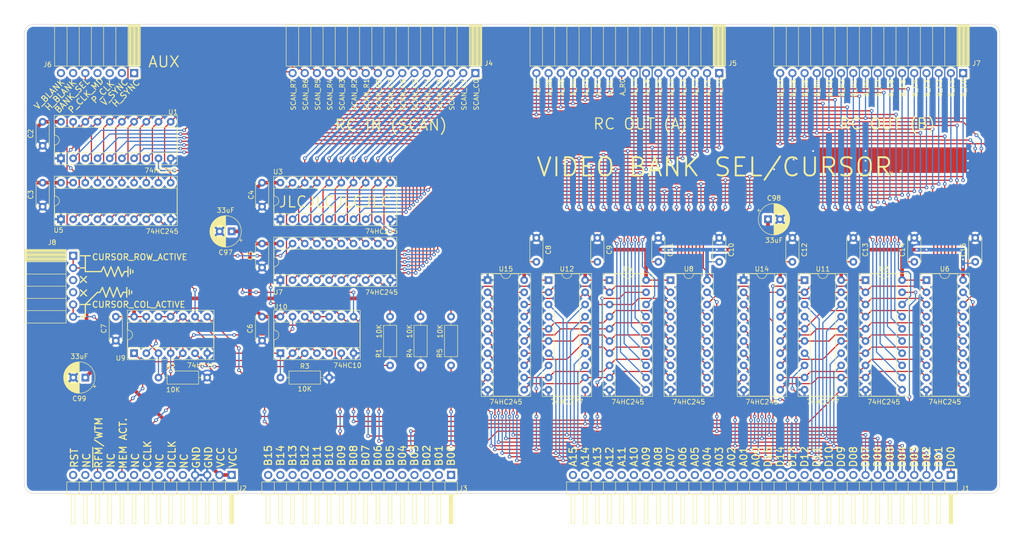
<source format=kicad_pcb>
(kicad_pcb (version 20221018) (generator pcbnew)
  (layers (0 "F.Cu" signal) (31 "B.Cu" signal) (34 "B.Paste" user) (35 "F.Paste" user) (36 "B.SilkS" user "B.Silkscreen") (37 "F.SilkS" user "F.Silkscreen") (38 "B.Mask" user) (39 "F.Mask" user) (44 "Edge.Cuts" user))
  (net 0 "")
  (net 1 "VCC")
  (net 2 "GND")
  (net 6 "/DATA_CLK")
  (net 8 "/CTL_CLK")
  (net 10 "/RESET")
  (net 11 "/EXT_ROW_7")
  (net 12 "/EXT_ROW_6")
  (net 13 "/EXT_ROW_5")
  (net 14 "/EXT_ROW_4")
  (net 15 "/EXT_ROW_3")
  (net 16 "/EXT_ROW_2")
  (net 17 "/EXT_ROW_1")
  (net 18 "/EXT_ROW_0")
  (net 19 "/EXT_COL_7")
  (net 20 "/EXT_COL_6")
  (net 21 "/EXT_COL_5")
  (net 22 "/EXT_COL_4")
  (net 23 "/EXT_COL_3")
  (net 24 "/EXT_COL_2")
  (net 25 "/EXT_COL_1")
  (net 26 "/EXT_COL_0")
  (net 27 "/OUT_A_ROW_7")
  (net 28 "/OUT_A_ROW_6")
  (net 29 "/OUT_A_ROW_5")
  (net 30 "/OUT_A_ROW_4")
  (net 31 "/OUT_A_ROW_3")
  (net 32 "/OUT_A_ROW_2")
  (net 33 "/OUT_A_ROW_1")
  (net 34 "/OUT_A_ROW_0")
  (net 35 "/OUT_A_COL_7")
  (net 36 "/OUT_A_COL_6")
  (net 37 "/OUT_A_COL_5")
  (net 38 "/OUT_A_COL_4")
  (net 39 "/OUT_A_COL_3")
  (net 40 "/OUT_A_COL_2")
  (net 41 "/OUT_A_COL_1")
  (net 42 "/OUT_A_COL_0")
  (net 43 "/OUT_B_ROW_7")
  (net 44 "/OUT_B_ROW_6")
  (net 45 "/OUT_B_ROW_5")
  (net 46 "/OUT_B_ROW_4")
  (net 47 "/OUT_B_ROW_3")
  (net 48 "/OUT_B_ROW_2")
  (net 49 "/OUT_B_ROW_1")
  (net 50 "/OUT_B_ROW_0")
  (net 51 "/OUT_B_COL_7")
  (net 52 "/OUT_B_COL_6")
  (net 53 "/OUT_B_COL_5")
  (net 54 "/OUT_B_COL_4")
  (net 55 "/OUT_B_COL_3")
  (net 56 "/OUT_B_COL_2")
  (net 57 "/OUT_B_COL_1")
  (net 58 "/OUT_B_COL_0")
  (net 59 "/CURS_ROW_0")
  (net 60 "/CURS_ROW_1")
  (net 61 "/CURS_ROW_2")
  (net 62 "/CURS_ROW_3")
  (net 63 "/CURS_ROW_4")
  (net 64 "/CURS_ROW_5")
  (net 65 "/CURS_ROW_6")
  (net 66 "/CURS_ROW_7")
  (net 67 "/CURS_COL_0")
  (net 68 "/CURS_COL_1")
  (net 69 "/CURS_COL_2")
  (net 70 "/CURS_COL_3")
  (net 71 "/CURS_COL_4")
  (net 72 "/CURS_COL_5")
  (net 73 "/CURS_COL_6")
  (net 74 "/CURS_COL_7")
  (net 75 "/DATA_BUS_0")
  (net 76 "/DATA_BUS_1")
  (net 77 "/DATA_BUS_2")
  (net 78 "/DATA_BUS_3")
  (net 79 "/DATA_BUS_4")
  (net 80 "/DATA_BUS_5")
  (net 81 "/DATA_BUS_6")
  (net 82 "/DATA_BUS_7")
  (net 107 "/MEM_ACT")
  (net 108 "/~{RFM}{slash}WTM")
  (net 109 "/~{BANK_SEL}")
  (net 110 "/BANK_SEL")
  (net 111 "/CURSOR_COL_ADDRESSED")
  (net 112 "/~{CURSOR_COL_WTM}")
  (net 113 "/~{CURSOR_ROW_RFM}")
  (net 114 "/CURSOR_ROW_ADDRESSED")
  (net 115 "/RFM{slash}~{WTM}")
  (net 116 "/~{CURSOR_COL_RFM}")
  (net 117 "/~{CURSOR_ROW_WTM}")
  (footprint "sixteen-bit-computer:peripheral-backplane-membank" (layer "F.Cu") (at 139.7 144.78 -90)
    (fp_text reference "J3")
    (fp_text value "peripheral_membank_connector")
  )
  (footprint "Capacitor_THT:CP_Radial_D6.3mm_P2.50mm" (layer "F.Cu") (at 93.98 93.98 180)
    (fp_text reference "C97")
    (fp_text value "33uF")
  )
  (footprint "Resistor_THT:R_Axial_DIN0207_L6.3mm_D2.5mm_P10.16mm_Horizontal" (layer "F.Cu") (at 139.7 121.92 90)
    (fp_text reference "R5")
    (fp_text value "10K")
  )
  (footprint "Connector_PinSocket_2.54mm:PinSocket_1x16_P2.54mm_Horizontal" (layer "F.Cu") (at 246.38 60.96 -90)
    (fp_text reference "J7")
    (fp_text value "Conn_01x16_Socket")
  )
  (footprint "Package_DIP:DIP-20_W7.62mm_Socket" (layer "F.Cu") (at 58.42 78.74 90)
    (fp_text reference "U1")
    (fp_text value "74HC245")
  )
  (footprint "Connector_PinSocket_2.54mm:PinSocket_1x07_P2.54mm_Horizontal" (layer "F.Cu") (at 73.66 60.96 -90)
    (fp_text reference "J6")
    (fp_text value "video_aux")
  )
  (footprint "Connector_PinSocket_2.54mm:PinSocket_1x16_P2.54mm_Horizontal" (layer "F.Cu") (at 144.78 60.96 -90)
    (fp_text reference "J4")
    (fp_text value "Conn_01x16_Socket")
  )
  (footprint "Package_DIP:DIP-20_W7.62mm_Socket" (layer "F.Cu") (at 104.14 91.44 90)
    (fp_text reference "U3")
    (fp_text value "74HC245")
  )
  (footprint "Package_DIP:DIP-14_W7.62mm_Socket" (layer "F.Cu") (at 73.66 119.38 90)
    (fp_text reference "U9")
    (fp_text value "74HC10")
  )
  (footprint "Package_DIP:DIP-20_W7.62mm_Socket" (layer "F.Cu") (at 58.42 91.44 90)
    (fp_text reference "U5")
    (fp_text value "74HC245")
  )
  (footprint "Capacitor_THT:C_Disc_D5.0mm_W2.5mm_P5.00mm" (layer "F.Cu") (at 54.61 88.82 90)
    (fp_text reference "C3")
    (fp_text value "C")
  )
  (footprint "sixteen-bit-computer:peripheral-backplane-aux" (layer "F.Cu") (at 93.98 144.78)
    (fp_text reference "J2")
    (fp_text value "peripheral_aux_connector")
  )
  (footprint "Capacitor_THT:C_Disc_D5.0mm_W2.5mm_P5.00mm" (layer "F.Cu") (at 182.88 95.33 -90)
    (fp_text reference "C11")
    (fp_text value "C")
  )
  (footprint "Resistor_THT:R_Axial_DIN0207_L6.3mm_D2.5mm_P10.16mm_Horizontal" (layer "F.Cu") (at 88.9 124.46 180)
    (fp_text reference "R2")
    (fp_text value "10K")
  )
  (footprint "Package_DIP:DIP-20_W7.62mm_Socket" (layer "F.Cu") (at 226.06 104.14)
    (fp_text reference "U2")
    (fp_text value "74HC245")
  )
  (footprint "Resistor_THT:R_Axial_DIN0207_L6.3mm_D2.5mm_P10.16mm_Horizontal" (layer "F.Cu") (at 104.14 124.46)
    (fp_text reference "R3")
    (fp_text value "10K")
  )
  (footprint "Capacitor_THT:C_Disc_D5.0mm_W2.5mm_P5.00mm" (layer "F.Cu") (at 100.33 116.76 90)
    (fp_text reference "C6")
    (fp_text value "C")
  )
  (footprint "Package_DIP:DIP-20_W7.62mm_Socket" (layer "F.Cu") (at 200.66 104.14)
    (fp_text reference "U14")
    (fp_text value "74HC245")
  )
  (footprint "Capacitor_THT:C_Disc_D5.0mm_W2.5mm_P5.00mm" (layer "F.Cu") (at 210.82 95.33 -90)
    (fp_text reference "C12")
    (fp_text value "C")
  )
  (footprint "Capacitor_THT:C_Disc_D5.0mm_W2.5mm_P5.00mm" (layer "F.Cu") (at 100.33 101.52 90)
    (fp_text reference "C5")
    (fp_text value "C")
  )
  (footprint "Resistor_THT:R_Axial_DIN0207_L6.3mm_D2.5mm_P10.16mm_Horizontal" (layer "F.Cu") (at 127 121.92 90)
    (fp_text reference "R1")
    (fp_text value "10K")
  )
  (footprint "Capacitor_THT:C_Disc_D5.0mm_W2.5mm_P5.00mm" (layer "F.Cu") (at 69.85 116.76 90)
    (fp_text reference "C7")
    (fp_text value "C")
  )
  (footprint "Capacitor_THT:CP_Radial_D6.3mm_P2.50mm" (layer "F.Cu") (at 63.5 124.46 180)
    (fp_text reference "C99")
    (fp_text value "33uF")
  )
  (footprint "Capacitor_THT:C_Disc_D5.0mm_W2.5mm_P5.00mm" (layer "F.Cu") (at 170.18 95.33 -90)
    (fp_text reference "C9")
    (fp_text value "C")
  )
  (footprint "Package_DIP:DIP-20_W7.62mm_Socket" (layer "F.Cu") (at 104.14 104.14 90)
    (fp_text reference "U7")
    (fp_text value "74HC245")
  )
  (footprint "Package_DIP:DIP-20_W7.62mm_Socket" (layer "F.Cu") (at 213.36 104.14)
    (fp_text reference "U11")
    (fp_text value "74HC377")
  )
  (footprint "Connector_PinSocket_2.54mm:PinSocket_1x06_P2.54mm_Horizontal" (layer "F.Cu") (at 60.96 99.06)
    (fp_text reference "J8")
    (fp_text value "Conn_01x06_Socket")
  )
  (footprint "Package_DIP:DIP-20_W7.62mm_Socket" (layer "F.Cu") (at 238.76 104.14)
    (fp_text reference "U6")
    (fp_text value "74HC245")
  )
  (footprint "Capacitor_THT:C_Disc_D5.0mm_W2.5mm_P5.00mm" (layer "F.Cu") (at 248.92 100.33 90)
    (fp_text reference "C15")
    (fp_text value "C")
  )
  (footprint "Capacitor_THT:C_Disc_D5.0mm_W2.5mm_P5.00mm" (layer "F.Cu") (at 157.48 95.33 -90)
    (fp_text reference "C8")
    (fp_text value "C")
  )
  (footprint "Package_DIP:DIP-20_W7.62mm_Socket" (layer "F.Cu") (at 185.42 104.14)
    (fp_text reference "U8")
    (fp_text value "74HC245")
  )
  (footprint "Capacitor_THT:C_Disc_D5.0mm_W2.5mm_P5.00mm" (layer "F.Cu") (at 223.52 95.33 -90)
    (fp_text reference "C13")
    (fp_text value "C")
  )
  (footprint "Connector_PinSocket_2.54mm:PinSocket_1x16_P2.54mm_Horizontal" (layer "F.Cu") (at 195.58 60.96 -90)
    (fp_text reference "J5")
    (fp_text value "Conn_01x16_Socket")
  )
  (footprint "Package_DIP:DIP-20_W7.62mm_Socket" (layer "F.Cu") (at 160.02 104.14)
    (fp_text reference "U12")
    (fp_text value "74HC377")
  )
  (footprint "Package_DIP:DIP-20_W7.62mm_Socket" (layer "F.Cu") (at 172.72 104.14)
    (fp_text reference "U4")
    (fp_text value "74HC245")
  )
  (footprint "Capacitor_THT:C_Disc_D5.0mm_W2.5mm_P5.00mm" (layer "F.Cu") (at 236.22 100.33 90)
    (fp_text reference "C14")
    (fp_text value "C")
  )
  (footprint "Capacitor_THT:CP_Radial_D6.3mm_P2.50mm" (layer "F.Cu") (at 205.74 91.44)
    (fp_text reference "C98")
    (fp_text value "33uF")
  )
  (footprint "Capacitor_THT:C_Disc_D5.0mm_W2.5mm_P5.00mm" (layer "F.Cu") (at 195.58 95.33 -90)
    (fp_text reference "C10")
    (fp_text value "C")
  )
  (footprint "sixteen-bit-computer:peripheral-backplane-data-addr-anno" (layer "F.Cu") (at 243.84 144.78 -90)
    (fp_text reference "J1")
    (fp_text value "peripheral_addr_bus_connector")
  )
  (footprint "Resistor_THT:R_Axial_DIN0207_L6.3mm_D2.5mm_P10.16mm_Horizontal" (layer "F.Cu") (at 133.35 121.92 90)
    (fp_text reference "R4")
    (fp_text value "10K")
  )
  (footprint "Package_DIP:DIP-14_W7.62mm_Socket" (layer "F.Cu") (at 104.14 119.38 90)
    (fp_text reference "U10")
    (fp_text value "74HC10")
  )
  (footprint "Capacitor_THT:C_Disc_D5.0mm_W2.5mm_P5.00mm" (layer "F.Cu") (at 54.61 76.12 90)
    (fp_text reference "C2")
    (fp_text value "C")
  )
  (footprint "Capacitor_THT:C_Disc_D5.0mm_W2.5mm_P5.00mm" (layer "F.Cu") (at 100.33 88.82 90)
    (fp_text reference "C4")
    (fp_text value "C")
  )
  (footprint "Package_DIP:DIP-20_W7.62mm_Socket" (layer "F.Cu") (at 147.32 104.14)
    (fp_text reference "U15")
    (fp_text value "74HC245")
  )
  (gr_line (start 71.12 103.378) (end 71.628 102.362) (stroke (width 0.254)) (layer "F.SilkS"))
  (gr_line (start 69.342 107.696) (end 70.104 105.664) (stroke (width 0.254)) (layer "F.SilkS"))
  (gr_line (start 68.58 105.664) (end 69.342 107.696) (stroke (width 0.254)) (layer "F.SilkS"))
  (gr_line (start 73.406 102.108) (end 73.406 102.616) (stroke (width 0.254)) (layer "F.SilkS"))
  (gr_line (start 72.136 107.696) (end 72.136 105.664) (stroke (width 0.254)) (layer "F.SilkS"))
  (gr_line (start 72.898 102.87) (end 72.898 101.854) (stroke (width 0.254)) (layer "F.SilkS"))
  (gr_line (start 70.104 105.664) (end 70.866 107.696) (stroke (width 0.254)) (layer "F.SilkS"))
  (gr_line (start 67.818 107.696) (end 68.58 105.664) (stroke (width 0.254)) (layer "F.SilkS"))
  (gr_line (start 70.866 107.696) (end 71.374 106.68) (stroke (width 0.254)) (layer "F.SilkS"))
  (gr_line (start 72.39 103.378) (end 72.39 101.346) (stroke (width 0.254)) (layer "F.SilkS"))
  (gr_line (start 66.802 102.362) (end 67.31 101.346) (stroke (width 0.254)) (layer "F.SilkS"))
  (gr_line (start 62.484 107.442) (end 63.754 106.172) (stroke (width 0.254)) (layer "F.SilkS"))
  (gr_line (start 63.5 109.22) (end 66.04 106.68) (stroke (width 0.254)) (layer "F.SilkS"))
  (gr_line (start 71.628 102.362) (end 72.39 102.362) (stroke (width 0.254)) (layer "F.SilkS"))
  (gr_line (start 64.516 99.06) (end 62.484 99.06) (stroke (width 0.254)) (layer "F.SilkS"))
  (gr_line (start 69.596 103.378) (end 70.358 101.346) (stroke (width 0.254)) (layer "F.SilkS"))
  (gr_line (start 73.152 106.426) (end 73.152 106.934) (stroke (width 0.254)) (layer "F.SilkS"))
  (gr_line (start 63.754 104.648) (end 62.484 103.378) (stroke (width 0.254)) (layer "F.SilkS"))
  (gr_line (start 62.484 104.648) (end 63.754 103.378) (stroke (width 0.254)) (layer "F.SilkS"))
  (gr_line (start 67.31 101.346) (end 68.072 103.378) (stroke (width 0.254)) (layer "F.SilkS"))
  (gr_line (start 63.754 107.442) (end 62.484 106.172) (stroke (width 0.254)) (layer "F.SilkS"))
  (gr_line (start 67.056 105.664) (end 67.818 107.696) (stroke (width 0.254)) (layer "F.SilkS"))
  (gr_line (start 72.644 107.188) (end 72.644 106.172) (stroke (width 0.254)) (layer "F.SilkS"))
  (gr_line (start 63.5 101.6) (end 62.484 101.6) (stroke (width 0.254)) (layer "F.SilkS"))
  (gr_line (start 70.358 101.346) (end 71.12 103.378) (stroke (width 0.254)) (layer "F.SilkS"))
  (gr_line (start 71.374 106.68) (end 72.136 106.68) (stroke (width 0.254)) (layer "F.SilkS"))
  (gr_line (start 66.548 106.68) (end 67.056 105.664) (stroke (width 0.254)) (layer "F.SilkS"))
  (gr_line (start 68.834 101.346) (end 69.596 103.378) (stroke (width 0.254)) (layer "F.SilkS"))
  (gr_line (start 66.04 106.68) (end 66.548 106.68) (stroke (width 0.254)) (layer "F.SilkS"))
  (gr_line (start 63.5 111.76) (end 62.484 111.76) (stroke (width 0.254)) (layer "F.SilkS"))
  (gr_line (start 68.072 103.378) (end 68.834 101.346) (stroke (width 0.254)) (layer "F.SilkS"))
  (gr_line (start 64.516 109.22) (end 62.484 109.22) (stroke (width 0.254)) (layer "F.SilkS"))
  (gr_line (start 63.5 102.362) (end 63.5 99.06) (stroke (width 0.254)) (layer "F.SilkS"))
  (gr_line (start 63.5 111.76) (end 63.5 109.22) (stroke (width 0.254)) (layer "F.SilkS"))
  (gr_line (start 63.5 102.362) (end 66.802 102.362) (stroke (width 0.254)) (layer "F.SilkS"))
  (gr_line (start 254 52.705) (end 254 146.685) (stroke (width 0.1)) (layer "Edge.Cuts"))
  (gr_arc (start 254 146.685) (mid 253.442038 148.032038) (end 252.095 148.59) (stroke (width 0.1)) (layer "Edge.Cuts"))
  (gr_arc (start 52.705 148.59) (mid 51.357962 148.032038) (end 50.8 146.685) (stroke (width 0.1)) (layer "Edge.Cuts"))
  (gr_line (start 50.8 146.685) (end 50.8 52.705) (stroke (width 0.1)) (layer "Edge.Cuts"))
  (gr_arc (start 50.8 52.705) (mid 51.357962 51.357962) (end 52.705 50.8) (stroke (width 0.1)) (layer "Edge.Cuts"))
  (gr_line (start 252.095 148.59) (end 52.705 148.59) (stroke (width 0.1)) (layer "Edge.Cuts"))
  (gr_arc (start 252.095 50.8) (mid 253.442038 51.357962) (end 254 52.705) (stroke (width 0.1)) (layer "Edge.Cuts"))
  (gr_line (start 52.705 50.8) (end 252.095 50.8) (stroke (width 0.1)) (layer "Edge.Cuts"))
  (gr_text "SCAN_C6" (at 130.302 68.834 90) (layer "F.SilkS") (effects (font (size 1 1)) (justify left bottom)))
  (gr_text "SCAN_R1" (at 122.682 68.834 90) (layer "F.SilkS") (effects (font (size 1 1)) (justify left bottom)))
  (gr_text "B_C7" (at 229.362 66.04 90) (layer "F.SilkS") (effects (font (size 1 1)) (justify left bottom)))
  (gr_text "B_R7" (at 209.042 66.04 90) (layer "F.SilkS") (effects (font (size 1 1)) (justify left bottom)))
  (gr_text "V_BLANK" (at 53.594 68.834 45) (layer "F.SilkS") (effects (font (size 1.27 1.27) (thickness 0.2032)) (justify left bottom)))
  (gr_text "B_R3" (at 219.202 66.04 90) (layer "F.SilkS") (effects (font (size 1 1)) (justify left bottom)))
  (gr_text "A_C3" (at 188.722 65.786 90) (layer "F.SilkS") (effects (font (size 1 1)) (justify left bottom)))
  (gr_text "SCAN_C5" (at 132.842 68.834 90) (layer "F.SilkS") (effects (font (size 1 1)) (justify left bottom)))
  (gr_text "SCAN_R6" (at 109.982 68.834 90) (layer "F.SilkS") (effects (font (size 1 1)) (justify left bottom)))
  (gr_text "SCAN_C0" (at 145.542 68.834 90) (layer "F.SilkS") (effects (font (size 1 1)) (justify left bottom)))
  (gr_text "SCAN_R0" (at 125.222 68.834 90) (layer "F.SilkS") (effects (font (size 1 1)) (justify left bottom)))
  (gr_text "B_C2\n" (at 242.062 66.04 90) (layer "F.SilkS") (effects (font (size 1 1)) (justify left bottom)))
  (gr_text "B_R0" (at 226.822 66.04 90) (layer "F.SilkS") (effects (font (size 1 1)) (justify left bottom)))
  (gr_text "A_R0" (at 176.022 65.786 90) (layer "F.SilkS") (effects (font (size 1 1)) (justify left bottom)))
  (gr_text "JLCJLCJLCJLC" (at 103.632 89.154) (layer "F.SilkS") (effects (font (size 2.286 2.286) (thickness 0.254)) (justify left bottom)))
  (gr_text "SCAN_C7" (at 127.762 68.834 90) (layer "F.SilkS") (effects (font (size 1 1)) (justify left bottom)))
  (gr_text "P_CLK" (at 65.532 67.564 45) (layer "F.SilkS") (effects (font (size 1.27 1.27) (thickness 0.2032)) (justify left bottom)))
  (gr_text "A_R6" (at 160.782 65.786 90) (layer "F.SilkS") (effects (font (size 1 1)) (justify left bottom)))
  (gr_text "B_C6" (at 231.902 66.04 90) (layer "F.SilkS") (effects (font (size 1 1)) (justify left bottom)))
  (gr_text "SCAN_C1" (at 143.002 68.834 90) (layer "F.SilkS") (effects (font (size 1 1)) (justify left bottom)))
  (gr_text "RC OUT (A)" (at 169.164 72.898) (layer "F.SilkS") (effects (font (size 2.286 2.286) (thickness 0.254)) (justify left bottom)))
  (gr_text "B_R4" (at 216.662 66.04 90) (layer "F.SilkS") (effects (font (size 1 1)) (justify left bottom)))
  (gr_text "A_R3" (at 168.402 65.786 90) (layer "F.SilkS") (effects (font (size 1 1)) (justify left bottom)))
  (gr_text "SCAN_R2\n" (at 120.142 68.834 90) (layer "F.SilkS") (effects (font (size 1 1)) (justify left bottom)))
  (gr_text "B_C5" (at 234.442 66.04 90) (layer "F.SilkS") (effects (font (size 1 1)) (justify left bottom)))
  (gr_text "CURSOR_COL_ACTIVE" (at 64.77 109.982) (layer "F.SilkS") (effects (font (size 1.27 1.27) (thickness 0.2032)) (justify left bottom)))
  (gr_text "A_C5" (at 183.642 65.786 90) (layer "F.SilkS") (effects (font (size 1 1)) (justify left bottom)))
  (gr_text "AUX" (at 76.454 59.944) (layer "F.SilkS") (effects (font (size 2.286 2.286) (thickness 0.254)) (justify left bottom)))
  (gr_text "B_R5" (at 214.122 66.04 90) (layer "F.SilkS") (effects (font (size 1 1)) (justify left bottom)))
  (gr_text "A_R7" (at 158.242 65.786 90) (layer "F.SilkS") (effects (font (size 1 1)) (justify left bottom)))
  (gr_text "v. 1" (at 230.886 82.296) (layer "F.SilkS") (effects (font (size 1 1)) (justify left bottom)))
  (gr_text "CURSOR_ROW_ACTIVE" (at 64.77 100.076) (layer "F.SilkS") (effects (font (size 1.27 1.27) (thickness 0.2032)) (justify left bottom)))
  (gr_text "B_C3" (at 239.522 66.04 90) (layer "F.SilkS") (effects (font (size 1 1)) (justify left bottom)))
  (gr_text "B_R2\n" (at 221.742 66.04 90) (layer "F.SilkS") (effects (font (size 1 1)) (justify left bottom)))
  (gr_text "VIDEO BANK SEL/CURSOR" (at 157.226 82.804) (layer "F.SilkS") (effects (font (size 3.81 3.81) (thickness 0.381)) (justify left bottom)))
  (gr_text "SCAN_R5" (at 112.522 68.834 90) (layer "F.SilkS") (effects (font (size 1 1)) (justify left bottom)))
  (gr_text "H_SYNC" (at 69.85 68.326 45) (layer "F.SilkS") (effects (font (size 1.27 1.27) (thickness 0.2032)) (justify left bottom)))
  (gr_text "B_R6" (at 211.582 66.04 90) (layer "F.SilkS") (effects (font (size 1 1)) (justify left bottom)))
  (gr_text "V_SYNC" (at 67.564 68.072 45) (layer "F.SilkS") (effects (font (size 1.27 1.27) (thickness 0.2032)) (justify left bottom)))
  (gr_text "SCAN_C4" (at 135.382 68.834 90) (layer "F.SilkS") (effects (font (size 1 1)) (justify left bottom)))
  (gr_text "A_C1" (at 193.802 65.786 90) (layer "F.SilkS") (effects (font (size 1 1)) (justify left bottom)))
  (gr_text "H_BLANK" (at 55.88 69.088 45) (layer "F.SilkS") (effects (font (size 1.27 1.27) (thickness 0.2032)) (justify left bottom)))
  (gr_text "A_C7" (at 178.562 65.786 90) (layer "F.SilkS") (effects (font (size 1 1)) (justify left bottom)))
  (gr_text "SCAN_R3" (at 117.602 68.834 90) (layer "F.SilkS") (effects (font (size 1 1)) (justify left bottom)))
  (gr_text "P_CLK_MD" (at 60.706 69.596 45) (layer "F.SilkS") (effects (font (size 1.27 1.27) (thickness 0.2032)) (justify left bottom)))
  (gr_text "B_C4" (at 236.982 66.04 90) (layer "F.SilkS") (effects (font (size 1 1)) (justify left bottom)))
  (gr_text "SCAN_R4" (at 115.062 68.834 90) (layer "F.SilkS") (effects (font (size 1 1)) (justify left bottom)))
  (gr_text "RC IN (SCAN)" (at 115.316 73.152) (layer "F.SilkS") (effects (font (size 2.286 2.286) (thickness 0.254)) (justify left bottom)))
  (gr_text "A_R2\n" (at 170.942 65.786 90) (layer "F.SilkS") (effects (font (size 1 1)) (justify left bottom)))
  (gr_text "A_R5" (at 163.322 65.786 90) (layer "F.SilkS") (effects (font (size 1 1)) (justify left bottom)))
  (gr_text "B_C0" (at 247.142 66.04 90) (layer "F.SilkS") (effects (font (size 1 1)) (justify left bottom)))
  (gr_text "A_R1" (at 173.482 65.786 90) (layer "F.SilkS") (effects (font (size 1 1)) (justify left bottom)))
  (gr_text "RC OUT (B)" (at 220.472 72.898) (layer "F.SilkS") (effects (font (size 2.286 2.286) (thickness 0.254)) (justify left bottom)))
  (gr_text "SCAN_C3" (at 137.922 68.834 90) (layer "F.SilkS") (effects (font (size 1 1)) (justify left bottom)))
  (gr_text "SCAN_R7" (at 107.442 68.834 90) (layer "F.SilkS") (effects (font (size 1 1)) (justify left bottom)))
  (gr_text "A_C0" (at 196.342 65.786 90) (layer "F.SilkS") (effects (font (size 1 1)) (justify left bottom)))
  (gr_text "A_C2\n" (at 191.262 65.786 90) (layer "F.SilkS") (effects (font (size 1 1)) (justify left bottom)))
  (gr_text "B_R1" (at 224.282 66.04 90) (layer "F.SilkS") (effects (font (size 1 1)) (justify left bottom)))
  (gr_text "A_R4" (at 165.862 65.786 90) (layer "F.SilkS") (effects (font (size 1 1)) (justify left bottom)))
  (gr_text "A_C4" (at 186.182 65.786 90) (layer "F.SilkS") (effects (font (size 1 1)) (justify left bottom)))
  (gr_text "A_C6" (at 181.102 65.786 90) (layer "F.SilkS") (effects (font (size 1 1)) (justify left bottom)))
  (gr_text "BANK_SEL" (at 57.912 69.596 45) (layer "F.SilkS") (effects (font (size 1.27 1.27) (thickness 0.2032)) (justify left bottom)))
  (gr_text "B_C1" (at 244.602 66.04 90) (layer "F.SilkS") (effects (font (size 1 1)) (justify left bottom)))
  (gr_text "SCAN_C2\n" (at 140.462 68.834 90) (layer "F.SilkS") (effects (font (size 1 1)) (justify left bottom)))
  (segment (start 133.35 107.95) (end 134.874 107.95) (width 0.762) (layer "F.Cu") (net 1))
  (segment (start 220.98 97.79) (end 220.98 100.33) (width 0.762) (layer "F.Cu") (net 1))
  (segment (start 183.896 97.79) (end 185.674 97.79) (width 0.762) (layer "F.Cu") (net 1))
  (segment (start 246.38 99.822) (end 246.38 100.33) (width 0.762) (layer "F.Cu") (net 1))
  (segment (start 70.866 124.206) (end 63.754 117.094) (width 0.762) (layer "F.Cu") (net 1))
  (segment (start 127 107.95) (end 133.35 107.95) (width 0.762) (layer "F.Cu") (net 1))
  (segment (start 52.324 83.82) (end 58.42 83.82) (width 0.762) (layer "F.Cu") (net 1))
  (segment (start 138.43 104.394) (end 145.034 97.79) (width 0.762) (layer "F.Cu") (net 1))
  (segment (start 111.76 111.76) (end 109.982 109.982) (width 0.254) (layer "F.Cu") (net 1))
  (segment (start 58.42 71.12) (end 54.61 71.12) (width 0.762) (layer "F.Cu") (net 1))
  (segment (start 97.79 86.36) (end 97.79 93.98) (width 0.762) (layer "F.Cu") (net 1))
  (segment (start 76.2 113.538) (end 76.2 111.76) (width 0.254) (layer "F.Cu") (net 1))
  (segment (start 167.64 97.79) (end 167.64 100.33) (width 0.762) (layer "F.Cu") (net 1))
  (segment (start 59.944 113.792) (end 63.754 113.792) (width 0.762) (layer "F.Cu") (net 1))
  (segment (start 157.48 100.33) (end 154.94 100.33) (width 0.254) (layer "F.Cu") (net 1))
  (segment (start 105.918 109.982) (end 104.14 111.76) (width 0.254) (layer "F.Cu") (net 1))
  (segment (start 154.94 100.33) (end 154.94 104.14) (width 0.762) (layer "F.Cu") (net 1))
  (segment (start 154.94 97.79) (end 154.94 100.33) (width 0.762) (layer "F.Cu") (net 1))
  (segment (start 78.232 117.348) (end 78.232 115.57) (width 0.254) (layer "F.Cu") (net 1))
  (segment (start 167.64 100.33) (end 167.64 104.14) (width 0.762) (layer "F.Cu") (net 1))
  (segment (start 69.85 111.76) (end 76.2 111.76) (width 0.254) (layer "F.Cu") (net 1))
  (segment (start 139.7 105.664) (end 138.43 104.394) (width 0.254) (layer "F.Cu") (net 1))
  (segment (start 220.98 97.79) (end 233.68 97.79) (width 0.762) (layer "F.Cu") (net 1))
  (segment (start 208.28 100.33) (end 208.28 104.14) (width 0.762) (layer "F.Cu") (net 1))
  (segment (start 97.79 107.95) (end 127 107.95) (width 0.762) (layer "F.Cu") (net 1))
  (segment (start 180.34 100.584) (end 180.34 104.14) (width 0.762) (layer "F.Cu") (net 1))
  (segment (start 226.06 104.14) (end 220.98 104.14) (width 0.254) (layer "F.Cu") (net 1))
  (segment (start 246.38 100.33) (end 246.38 101.346) (width 0.762) (layer "F.Cu") (net 1))
  (segment (start 238.76 104.14) (end 233.68 104.14) (width 0.254) (layer "F.Cu") (net 1))
  (segment (start 233.68 97.79) (end 233.68 100.33) (width 0.762) (layer "F.Cu") (net 1))
  (segment (start 180.594 100.33) (end 180.34 100.584) (width 0.254) (layer "F.Cu") (net 1))
  (segment (start 100.33 111.76) (end 104.14 111.76) (width 0.762) (layer "F.Cu") (net 1))
  (segment (start 180.34 97.79) (end 183.896 97.79) (width 0.762) (layer "F.Cu") (net 1))
  (segment (start 93.98 144.78) (end 91.44 144.78) (width 0.762) (layer "F.Cu") (net 1))
  (segment (start 109.982 109.982) (end 105.918 109.982) (width 0.254) (layer "F.Cu") (net 1))
  (segment (start 223.52 100.33) (end 220.98 100.33) (width 0.254) (layer "F.Cu") (net 1))
  (segment (start 97.79 93.98) (end 93.98 93.98) (width 0.762) (layer "F.Cu") (net 1))
  (segment (start 246.38 101.346) (end 246.38 104.14) (width 0.762) (layer "F.Cu") (net 1))
  (segment (start 134.874 107.95) (end 138.43 104.394) (width 0.762) (layer "F.Cu") (net 1))
  (segment (start 104.14 83.82) (end 100.33 83.82) (width 0.762) (layer "F.Cu") (net 1))
  (segment (start 133.35 111.76) (end 133.35 107.95) (width 0.254) (layer "F.Cu") (net 1))
  (segment (start 97.79 107.95) (end 73.66 107.95) (width 0.762) (layer "F.Cu") (net 1))
  (segment (start 63.5 124.46) (end 67.31 120.65) (width 0.762) (layer "F.Cu") (net 1))
  (segment (start 63.754 113.792) (end 63.754 117.094) (width 0.762) (layer "F.Cu") (net 1))
  (segment (start 220.98 100.33) (end 220.98 104.14) (width 0.762) (layer "F.Cu") (net 1))
  (segment (start 67.31 120.65) (end 71.12 124.46) (width 0.762) (layer "F.Cu") (net 1))
  (segment (start 114.3 111.76) (end 111.76 111.76) (width 0.254) (layer "F.Cu") (net 1))
  (segment (start 210.82 100.33) (end 208.28 100.33) (width 0.254) (layer "F.Cu") (net 1))
  (segment (start 172.72 104.14) (end 167.64 104.14) (width 0.254) (layer "F.Cu") (net 1))
  (segment (start 139.7 111.76) (end 139.7 105.664) (width 0.254) (layer "F.Cu") (net 1))
  (segment (start 154.94 97.79) (end 167.64 97.79) (width 0.762) (layer "F.Cu") (net 1))
  (segment (start 208.28 97.79) (end 220.98 97.79) (width 0.762) (layer "F.Cu") (net 1))
  (segment (start 52.324 106.172) (end 59.944 113.792) (width 0.762) (layer "F.Cu") (net 1))
  (segment (start 167.64 97.79) (end 180.34 97.79) (width 0.762) (layer "F.Cu") (net 1))
  (segment (start 73.66 107.95) (end 66.294 107.95) (width 0.762) (layer "F.Cu") (net 1))
  (segment (start 236.728 97.79) (end 238.76 97.79) (width 0.762) (layer "F.Cu") (net 1))
  (segment (start 233.68 97.79) (end 236.728 97.79) (width 0.762) (layer "F.Cu") (net 1))
  (segment (start 127 111.76) (end 127 107.95) (width 0.254) (layer "F.Cu") (net 1))
  (segment (start 185.42 104.14) (end 180.34 104.14) (width 0.254) (layer "F.Cu") (net 1))
  (segment (start 195.072 97.79) (end 205.74 97.79) (width 0.762) (layer "F.Cu") (net 1))
  (segment (start 63.754 110.49) (end 63.754 113.792) (width 0.762) (layer "F.Cu") (net 1))
  (segment (start 236.22 100.33) (end 233.68 100.33) (width 0.254) (layer "F.Cu") (net 1))
  (segment (start 170.18 100.33) (end 167.64 100.33) (width 0.254) (layer "F.Cu") (net 1))
  (segment (start 145.034 97.79) (end 154.94 97.79) (width 0.762) (layer "F.Cu") (net 1))
  (segment (start 78.232 115.57) (end 76.2 113.538) (width 0.254) (layer "F.Cu") (net 1))
  (segment (start 97.79 96.52) (end 97.79 107.95) (width 0.762) (layer "F.Cu") (net 1))
  (segment (start 71.12 124.46) (end 70.866 124.206) (width 0.762) (layer "F.Cu") (net 1))
  (segment (start 66.294 107.95) (end 63.754 110.49) (width 0.762) (layer "F.Cu") (net 1))
  (segment (start 97.79 93.98) (end 97.79 96.52) (width 0.762) (layer "F.Cu") (net 1))
  (segment (start 91.44 144.78) (end 71.12 124.46) (width 0.762) (layer "F.Cu") (net 1))
  (segment (start 233.68 100.33) (end 233.68 104.14) (width 0.762) (layer "F.Cu") (net 1))
  (segment (start 52.324 73.406) (end 52.324 83.82) (width 0.762) (layer "F.Cu") (net 1))
  (segment (start 52.324 83.82) (end 52.324 106.172) (width 0.762) (layer "F.Cu") (net 1))
  (segment (start 205.74 97.79) (end 208.28 97.79) (width 0.762) (layer "F.Cu") (net 1))
  (segment (start 73.66 107.95) (end 73.66 111.76) (width 0.762) (layer "F.Cu") (net 1))
  (segment (start 97.79 96.52) (end 104.14 96.52) (width 0.762) (layer "F.Cu") (net 1))
  (segment (start 182.88 100.33) (end 180.594 100.33) (width 0.254) (layer "F.Cu") (net 1))
  (segment (start 205.74 97.79) (end 205.74 91.44) (width 0.762) (layer "F.Cu") (net 1))
  (segment (start 180.34 97.79) (end 180.34 100.584) (width 0.762) (layer "F.Cu") (net 1))
  (segment (start 208.28 97.79) (end 208.28 100.33) (width 0.762) (layer "F.Cu") (net 1))
  (segment (start 97.79 109.22) (end 100.33 111.76) (width 0.762) (layer "F.Cu") (net 1))
  (segment (start 100.33 83.82) (end 97.79 86.36) (width 0.762) (layer "F.Cu") (net 1))
  (segment (start 54.61 71.12) (end 52.324 73.406) (width 0.762) (layer "F.Cu") (net 1))
  (segment (start 97.79 107.95) (end 97.79 109.22) (width 0.762) (layer "F.Cu") (net 1))
  (via (at 78.232 117.348) (size 0.762) (drill 0.381) (layers "F.Cu" "B.Cu") (net 1))
  (via (at 246.38 99.822) (size 0.762) (drill 0.381) (layers "F.Cu" "B.Cu") (net 1))
  (via (at 238.76 97.79) (size 0.762) (drill 0.381) (layers "F.Cu" "B.Cu") (net 1))
  (via (at 183.896 97.79) (size 0.762) (drill 0.381) (layers "F.Cu" "B.Cu") (net 1))
  (via (at 196.85 97.79) (size 0.762) (drill 0.381) (layers "F.Cu" "B.Cu") (net 1))
  (via (at 246.38 101.346) (size 0.762) (drill 0.381) (layers "F.Cu" "B.Cu") (net 1))
  (via (at 236.728 97.79) (size 0.762) (drill 0.381) (layers "F.Cu" "B.Cu") (net 1))
  (via (at 185.674 97.79) (size 0.762) (drill 0.381) (layers "F.Cu" "B.Cu") (net 1))
  (via (at 195.072 97.79) (size 0.762) (drill 0.381) (layers "F.Cu" "B.Cu") (net 1))
  (segment (start 246.38 100.584) (end 246.38 97.79) (width 0.762) (layer "B.Cu") (net 1))
  (segment (start 183.896 97.79) (end 193.04 97.79) (width 0.762) (layer "B.Cu") (net 1))
  (segment (start 193.04 97.79) (end 196.85 97.79) (width 0.762) (layer "B.Cu") (net 1))
  (segment (start 246.38 101.346) (end 246.38 100.584) (width 0.762) (layer "B.Cu") (net 1))
  (segment (start 193.04 100.33) (end 193.04 104.14) (width 0.762) (layer "B.Cu") (net 1))
  (segment (start 248.666 100.584) (end 246.38 100.584) (width 0.254) (layer "B.Cu") (net 1))
  (segment (start 195.58 100.33) (end 193.04 100.33) (width 0.254) (layer "B.Cu") (net 1))
  (segment (start 193.04 97.79) (end 193.04 100.33) (width 0.762) (layer "B.Cu") (net 1))
  (segment (start 248.92 100.33) (end 248.666 100.584) (width 0.254) (layer "B.Cu") (net 1))
  (segment (start 76.2 119.38) (end 78.232 117.348) (width 0.254) (layer "B.Cu") (net 1))
  (segment (start 246.38 97.79) (end 236.728 97.79) (width 0.762) (layer "B.Cu") (net 1))
  (via (at 226.06 81.28) (size 0.762) (drill 0.381) (layers "F.Cu" "B.Cu") (net 2))
  (via (at 226.06 79.248) (size 0.762) (drill 0.381) (layers "F.Cu" "B.Cu") (net 2))
  (via (at 247.396 77.216) (size 0.762) (drill 0.381) (layers "F.Cu" "B.Cu") (net 2))
  (via (at 226.06 77.216) (size 0.762) (drill 0.381) (layers "F.Cu" "B.Cu") (net 2))
  (via (at 211.074 78.994) (size 0.762) (drill 0.381) (layers "F.Cu" "B.Cu") (net 2))
  (via (at 215.138 77.216) (size 0.762) (drill 0.381) (layers "F.Cu" "B.Cu") (net 2))
  (via (at 247.396 81.28) (size 0.762) (drill 0.381) (layers "F.Cu" "B.Cu") (net 2))
  (via (at 207.01 81.026) (size 0.762) (drill 0.381) (layers "F.Cu" "B.Cu") (net 2))
  (via (at 247.396 79.248) (size 0.762) (drill 0.381) (layers "F.Cu" "B.Cu") (net 2))
  (segment (start 217.17 58.928) (end 217.17 62.23) (width 0.254) (layer "B.Cu") (net 2))
  (segment (start 224.79 58.928) (end 224.79 62.23) (width 0.254) (layer "B.Cu") (net 2))
  (segment (start 245.11 58.928) (end 245.11 62.23) (width 0.254) (layer "B.Cu") (net 2))
  (segment (start 237.49 58.928) (end 237.49 62.23) (width 0.254) (layer "B.Cu") (net 2))
  (segment (start 234.95 58.928) (end 234.95 62.23) (width 0.254) (layer "B.Cu") (net 2))
  (segment (start 181.61 58.42) (end 181.61 61.976) (width 0.254) (layer "B.Cu") (net 2))
  (segment (start 222.25 58.928) (end 222.25 62.23) (width 0.254) (layer "B.Cu") (net 2))
  (segment (start 240.03 58.928) (end 240.03 62.23) (width 0.254) (layer "B.Cu") (net 2))
  (segment (start 229.87 58.928) (end 229.87 62.23) (width 0.254) (layer "B.Cu") (net 2))
  (segment (start 227.33 58.928) (end 227.33 62.23) (width 0.254) (layer "B.Cu") (net 2))
  (segment (start 179.07 58.42) (end 179.07 61.976) (width 0.254) (layer "B.Cu") (net 2))
  (segment (start 232.41 58.928) (end 232.41 62.23) (width 0.254) (layer "B.Cu") (net 2))
  (segment (start 242.57 58.928) (end 242.57 62.23) (width 0.254) (layer "B.Cu") (net 2))
  (segment (start 219.71 58.928) (end 219.71 62.23) (width 0.254) (layer "B.Cu") (net 2))
  (segment (start 167.64 127) (end 167.64 132.588) (width 0.254) (layer "F.Cu") (net 6))
  (segment (start 103.378 139.7) (end 131.318 139.7) (width 0.254) (layer "F.Cu") (net 6))
  (segment (start 81.28 146.812) (end 81.534 147.066) (width 0.254) (layer "F.Cu") (net 6))
  (segment (start 144.526 135.636) (end 131.318 135.636) (width 0.254) (layer "F.Cu") (net 6))
  (segment (start 213.868 134.112) (end 167.64 134.112) (width 0.254) (layer "F.Cu") (net 6))
  (segment (start 81.28 144.78) (end 81.28 146.812) (width 0.254) (layer "F.Cu") (net 6))
  (segment (start 81.534 147.066) (end 96.012 147.066) (width 0.254) (layer "F.Cu") (net 6))
  (segment (start 167.64 134.112) (end 146.05 134.112) (width 0.254) (layer "F.Cu") (net 6))
  (segment (start 96.012 147.066) (end 103.378 139.7) (width 0.254) (layer "F.Cu") (net 6))
  (segment (start 146.05 134.112) (end 144.526 135.636) (width 0.254) (layer "F.Cu") (net 6))
  (segment (start 220.98 127) (end 213.868 134.112) (width 0.254) (layer "F.Cu") (net 6))
  (via (at 167.64 134.112) (size 0.762) (drill 0.381) (layers "F.Cu" "B.Cu") (net 6))
  (via (at 167.64 132.588) (size 0.762) (drill 0.381) (layers "F.Cu" "B.Cu") (net 6))
  (via (at 131.318 135.636) (size 0.762) (drill 0.381) (layers "F.Cu" "B.Cu") (net 6))
  (via (at 131.318 139.7) (size 0.762) (drill 0.381) (layers "F.Cu" "B.Cu") (net 6))
  (segment (start 167.64 132.588) (end 167.64 134.112) (width 0.254) (layer "B.Cu") (net 6))
  (segment (start 131.318 135.636) (end 131.318 139.7) (width 0.254) (layer "B.Cu") (net 6))
  (segment (start 91.694 60.706) (end 81.28 71.12) (width 0.254) (layer "F.Cu") (net 11))
  (segment (start 80.01 80.518) (end 81.28 81.788) (width 0.254) (layer "F.Cu") (net 11))
  (segment (start 106.426 60.706) (end 91.694 60.706) (width 0.254) (layer "F.Cu") (net 11))
  (segment (start 80.01 72.39) (end 80.01 80.518) (width 0.254) (layer "F.Cu") (net 11))
  (segment (start 81.28 81.788) (end 81.28 83.82) (width 0.254) (layer "F.Cu") (net 11))
  (segment (start 81.28 71.12) (end 80.01 72.39) (width 0.254) (layer "F.Cu") (net 11))
  (segment (start 106.68 60.96) (end 106.426 60.706) (width 0.254) (layer "F.Cu") (net 11))
  (segment (start 107.95 59.69) (end 109.22 60.96) (width 0.254) (layer "F.Cu") (net 12))
  (segment (start 78.74 71.12) (end 90.17 59.69) (width 0.254) (layer "F.Cu") (net 12))
  (segment (start 77.47 72.39) (end 77.47 80.518) (width 0.254) (layer "F.Cu") (net 12))
  (segment (start 77.47 80.518) (end 78.74 81.788) (width 0.254) (layer "F.Cu") (net 12))
  (segment (start 90.17 59.69) (end 107.95 59.69) (width 0.254) (layer "F.Cu") (net 12))
  (segment (start 78.74 81.788) (end 78.74 83.82) (width 0.254) (layer "F.Cu") (net 12))
  (segment (start 78.74 71.12) (end 77.47 72.39) (width 0.254) (layer "F.Cu") (net 12))
  (segment (start 74.93 80.518) (end 74.93 72.39) (width 0.254) (layer "F.Cu") (net 13))
  (segment (start 76.2 81.788) (end 74.93 80.518) (width 0.254) (layer "F.Cu") (net 13))
  (segment (start 109.474 58.674) (end 88.646 58.674) (width 0.254) (layer "F.Cu") (net 13))
  (segment (start 74.93 72.39) (end 76.2 71.12) (width 0.254) (layer "F.Cu") (net 13))
  (segment (start 76.2 83.82) (end 76.2 81.788) (width 0.254) (layer "F.Cu") (net 13))
  (segment (start 111.76 60.96) (end 109.474 58.674) (width 0.254) (layer "F.Cu") (net 13))
  (segment (start 88.646 58.674) (end 76.2 71.12) (width 0.254) (layer "F.Cu") (net 13))
  (segment (start 87.122 57.658) (end 110.998 57.658) (width 0.254) (layer "F.Cu") (net 14))
  (segment (start 73.66 71.12) (end 87.122 57.658) (width 0.254) (layer "F.Cu") (net 14))
  (segment (start 110.998 57.658) (end 114.3 60.96) (width 0.254) (layer "F.Cu") (net 14))
  (segment (start 73.66 71.12) (end 72.39 72.39) (width 0.254) (layer "F.Cu") (net 14))
  (segment (start 72.39 80.518) (end 73.66 81.788) (width 0.254) (layer "F.Cu") (net 14))
  (segment (start 73.66 81.788) (end 73.66 83.82) (width 0.254) (layer "F.Cu") (net 14))
  (segment (start 72.39 72.39) (end 72.39 80.518) (width 0.254) (layer "F.Cu") (net 14))
  (segment (start 71.12 81.788) (end 71.12 83.82) (width 0.254) (layer "F.Cu") (net 15))
  (segment (start 112.522 56.642) (end 85.598 56.642) (width 0.254) (layer "F.Cu") (net 15))
  (segment (start 116.84 60.96) (end 112.522 56.642) (width 0.254) (layer "F.Cu") (net 15))
  (segment (start 85.598 56.642) (end 71.12 71.12) (width 0.254) (layer "F.Cu") (net 15))
  (segment (start 69.85 72.39) (end 69.85 80.518) (width 0.254) (layer "F.Cu") (net 15))
  (segment (start 69.85 80.518) (end 71.12 81.788) (width 0.254) (layer "F.Cu") (net 15))
  (segment (start 71.12 71.12) (end 69.85 72.39) (width 0.254) (layer "F.Cu") (net 15))
  (segment (start 67.31 80.518) (end 67.31 72.39) (width 0.254) (layer "F.Cu") (net 16))
  (segment (start 68.58 83.82) (end 68.58 81.788) (width 0.254) (layer "F.Cu") (net 16))
  (segment (start 114.046 55.626) (end 119.38 60.96) (width 0.254) (layer "F.Cu") (net 16))
  (segment (start 67.31 72.39) (end 68.58 71.12) (width 0.254) (layer "F.Cu") (net 16))
  (segment (start 68.58 71.12) (end 84.074 55.626) (width 0.254) (layer "F.Cu") (net 16))
  (segment (start 84.074 55.626) (end 114.046 55.626) (width 0.254) (layer "F.Cu") (net 16))
  (segment (start 68.58 81.788) (end 67.31 80.518) (width 0.254) (layer "F.Cu") (net 16))
  (segment (start 64.77 80.518) (end 64.77 72.39) (width 0.254) (layer "F.Cu") (net 17))
  (segment (start 66.04 81.788) (end 64.77 80.518) (width 0.254) (layer "F.Cu") (net 17))
  (segment (start 64.77 72.39) (end 66.04 71.12) (width 0.254) (layer "F.Cu") (net 17))
  (segment (start 82.55 54.61) (end 66.04 71.12) (width 0.254) (layer "F.Cu") (net 17))
  (segment (start 66.04 83.82) (end 66.04 81.788) (width 0.254) (layer "F.Cu") (net 17))
  (segment (start 121.92 60.96) (end 115.57 54.61) (width 0.254) (layer "F.Cu") (net 17))
  (segment (start 115.57 54.61) (end 82.55 54.61) (width 0.254) (layer "F.Cu") (net 17))
  (segment (start 62.23 72.39) (end 63.5 71.12) (width 0.254) (layer "F.Cu") (net 18))
  (segment (start 63.5 71.12) (end 72.39 62.23) (width 0.254) (layer "F.Cu") (net 18))
  (segment (start 62.23 80.518) (end 62.23 72.39) (width 0.254) (layer "F.Cu") (net 18))
  (segment (start 72.644 59.436) (end 75.438 59.436) (width 0.254) (layer "F.Cu") (net 18))
  (segment (start 117.094 53.594) (end 124.46 60.96) (width 0.254) (layer "F.Cu") (net 18))
  (segment (start 63.5 83.82) (end 63.5 81.788) (width 0.254) (layer "F.Cu") (net 18))
  (segment (start 81.28 53.594) (end 117.094 53.594) (width 0.254) (layer "F.Cu") (net 18))
  (segment (start 75.438 59.436) (end 81.28 53.594) (width 0.254) (layer "F.Cu") (net 18))
  (segment (start 72.39 62.23) (end 72.39 59.69) (width 0.254) (layer "F.Cu") (net 18))
  (segment (start 63.5 81.788) (end 62.23 80.518) (width 0.254) (layer "F.Cu") (net 18))
  (segment (start 72.39 59.69) (end 72.644 59.436) (width 0.254) (layer "F.Cu") (net 18))
  (segment (start 107.95 85.09) (end 109.22 83.82) (width 0.254) (layer "F.Cu") (net 19))
  (segment (start 107.95 95.25) (end 107.95 85.09) (width 0.254) (layer "F.Cu") (net 19))
  (segment (start 109.22 83.82) (end 109.22 78.74) (width 0.254) (layer "F.Cu") (net 19))
  (segment (start 109.22 96.52) (end 107.95 95.25) (width 0.254) (layer "F.Cu") (net 19))
  (via (at 109.22 78.74) (size 0.762) (drill 0.381) (layers "F.Cu" "B.Cu") (net 19))
  (segment (start 127 60.96) (end 109.22 78.74) (width 0.254) (layer "B.Cu") (net 19))
  (segment (start 111.76 83.82) (end 110.49 85.09) (width 0.254) (layer "F.Cu") (net 20))
  (segment (start 110.49 85.09) (end 110.49 95.25) (width 0.254) (layer "F.Cu") (net 20))
  (segment (start 111.76 78.74) (end 111.76 83.82) (width 0.254) (layer "F.Cu") (net 20))
  (segment (start 110.49 95.25) (end 111.76 96.52) (width 0.254) (layer "F.Cu") (net 20))
  (via (at 111.76 78.74) (size 0.762) (drill 0.381) (layers "F.Cu" "B.Cu") (net 20))
  (segment (start 129.54 60.96) (end 111.76 78.74) (width 0.254) (layer "B.Cu") (net 20))
  (segment (start 113.03 85.09) (end 114.3 83.82) (width 0.254) (layer "F.Cu") (net 21))
  (segment (start 113.03 95.25) (end 113.03 85.09) (width 0.254) (layer "F.Cu") (net 21))
  (segment (start 114.3 96.52) (end 113.03 95.25) (width 0.254) (layer "F.Cu") (net 21))
  (segment (start 114.3 83.82) (end 114.3 78.74) (width 0.254) (layer "F.Cu") (net 21))
  (via (at 114.3 78.74) (size 0.762) (drill 0.381) (layers "F.Cu" "B.Cu") (net 21))
  (segment (start 132.08 60.96) (end 114.3 78.74) (width 0.254) (layer "B.Cu") (net 21))
  (segment (start 116.84 83.82) (end 115.57 85.09) (width 0.254) (layer "F.Cu") (net 22))
  (segment (start 116.84 78.74) (end 116.84 83.82) (width 0.254) (layer "F.Cu") (net 22))
  (segment (start 115.57 85.09) (end 115.57 95.25) (width 0.254) (layer "F.Cu") (net 22))
  (segment (start 115.57 95.25) (end 116.84 96.52) (width 0.254) (layer "F.Cu") (net 22))
  (via (at 116.84 78.74) (size 0.762) (drill 0.381) (layers "F.Cu" "B.Cu") (net 22))
  (segment (start 134.62 60.96) (end 116.84 78.74) (width 0.254) (layer "B.Cu") (net 22))
  (segment (start 119.38 96.52) (end 118.11 95.25) (width 0.254) (layer "F.Cu") (net 23))
  (segment (start 118.11 85.09) (end 119.38 83.82) (width 0.254) (layer "F.Cu") (net 23))
  (segment (start 118.11 95.25) (end 118.11 85.09) (width 0.254) (layer "F.Cu") (net 23))
  (segment (start 119.38 83.82) (end 119.38 78.74) (width 0.254) (layer "F.Cu") (net 23))
  (via (at 119.38 78.74) (size 0.762) (drill 0.381) (layers "F.Cu" "B.Cu") (net 23))
  (segment (start 137.16 60.96) (end 119.38 78.74) (width 0.254) (layer "B.Cu") (net 23))
  (segment (start 121.92 78.74) (end 121.92 83.82) (width 0.254) (layer "F.Cu") (net 24))
  (segment (start 120.65 95.25) (end 121.92 96.52) (width 0.254) (layer "F.Cu") (net 24))
  (segment (start 120.65 85.09) (end 120.65 95.25) (width 0.254) (layer "F.Cu") (net 24))
  (segment (start 121.92 83.82) (end 120.65 85.09) (width 0.254) (layer "F.Cu") (net 24))
  (via (at 121.92 78.74) (size 0.762) (drill 0.381) (layers "F.Cu" "B.Cu") (net 24))
  (segment (start 139.7 60.96) (end 121.92 78.74) (width 0.254) (layer "B.Cu") (net 24))
  (segment (start 124.46 83.82) (end 124.46 78.74) (width 0.254) (layer "F.Cu") (net 25))
  (segment (start 123.19 85.09) (end 124.46 83.82) (width 0.254) (layer "F.Cu") (net 25))
  (segment (start 123.19 95.25) (end 123.19 85.09) (width 0.254) (layer "F.Cu") (net 25))
  (segment (start 124.46 96.52) (end 123.19 95.25) (width 0.254) (layer "F.Cu") (net 25))
  (via (at 124.46 78.74) (size 0.762) (drill 0.381) (layers "F.Cu" "B.Cu") (net 25))
  (segment (start 124.46 78.74) (end 142.24 60.96) (width 0.254) (layer "B.Cu") (net 25))
  (segment (start 127 78.74) (end 127 83.82) (width 0.254) (layer "F.Cu") (net 26))
  (segment (start 125.73 95.25) (end 127 96.52) (width 0.254) (layer "F.Cu") (net 26))
  (segment (start 127 83.82) (end 125.73 85.09) (width 0.254) (layer "F.Cu") (net 26))
  (segment (start 125.73 85.09) (end 125.73 95.25) (width 0.254) (layer "F.Cu") (net 26))
  (via (at 127 78.74) (size 0.762) (drill 0.381) (layers "F.Cu" "B.Cu") (net 26))
  (segment (start 144.78 60.96) (end 127 78.74) (width 0.254) (layer "B.Cu") (net 26))
  (segment (start 82.042 81.28) (end 84.582 81.28) (width 0.254) (layer "F.Cu") (net 27))
  (segment (start 232.156 92.964) (end 232.918 92.202) (width 0.254) (layer "F.Cu") (net 27))
  (segment (start 232.156 95.758) (end 232.156 92.964) (width 0.254) (layer "F.Cu") (net 27))
  (segment (start 232.918 92.202) (end 232.918 87.63) (width 0.254) (layer "F.Cu") (net 27))
  (segment (start 232.41 69.596) (end 168.148 69.596) (width 0.254) (layer "F.Cu") (net 27))
  (segment (start 96.266 69.596) (end 157.48 69.596) (width 0.254) (layer "F.Cu") (net 27))
  (segment (start 84.582 81.28) (end 96.266 69.596) (width 0.254) (layer "F.Cu") (net 27))
  (segment (start 232.918 87.63) (end 232.41 87.122) (width 0.254) (layer "F.Cu") (net 27))
  (segment (start 168.148 69.596) (end 157.48 69.596) (width 0.254) (layer "F.Cu") (net 27))
  (via (at 82.042 81.28) (size 0.762) (drill 0.381) (layers "F.Cu" "B.Cu") (net 27))
  (via (at 232.41 69.596) (size 0.762) (drill 0.381) (layers "F.Cu" "B.Cu") (net 27))
  (via (at 232.156 95.758) (size 0.762) (drill 0.381) (layers "F.Cu" "B.Cu") (net 27))
  (via (at 232.41 87.122) (size 0.762) (drill 0.381) (layers "F.Cu" "B.Cu") (net 27))
  (via (at 157.48 69.596) (size 0.762) (drill 0.381) (layers "F.Cu" "B.Cu") (net 27))
  (segment (start 157.48 60.96) (end 157.48 69.596) (width 0.254) (layer "B.Cu") (net 27))
  (segment (start 232.41 87.122) (end 232.41 69.596) (width 0.254) (layer "B.Cu") (net 27))
  (segment (start 79.248 81.28) (end 78.74 80.772) (width 0.254) (layer "B.Cu") (net 27))
  (segment (start 82.042 81.28) (end 79.248 81.28) (width 0.254) (layer "B.Cu") (net 27))
  (segment (start 233.68 111.76) (end 232.156 110.236) (width 0.254) (layer "B.Cu") (net 27))
  (segment (start 232.156 102.108) (end 232.156 95.758) (width 0.254) (layer "B.Cu") (net 27))
  (segment (start 232.156 110.236) (end 232.156 102.108) (width 0.254) (layer "B.Cu") (net 27))
  (segment (start 78.74 80.772) (end 78.74 78.74) (width 0.254) (layer "B.Cu") (net 27))
  (segment (start 87.122 77.47) (end 95.758 68.834) (width 0.254) (layer "F.Cu") (net 28))
  (segment (start 168.148 68.834) (end 160.02 68.834) (width 0.254) (layer "F.Cu") (net 28))
  (segment (start 230.632 95.758) (end 230.632 91.44) (width 0.254) (layer "F.Cu") (net 28))
  (segment (start 84.074 77.47) (end 87.122 77.47) (width 0.254) (layer "F.Cu") (net 28))
  (segment (start 95.758 68.834) (end 160.02 68.834) (width 0.254) (layer "F.Cu") (net 28))
  (segment (start 228.092 88.9) (end 227.33 88.9) (width 0.254) (layer "F.Cu") (net 28))
  (segment (start 230.632 91.44) (end 228.092 88.9) (width 0.254) (layer "F.Cu") (net 28))
  (segment (start 227.33 68.834) (end 168.148 68.834) (width 0.254) (layer "F.Cu") (net 28))
  (via (at 84.074 77.47) (size 0.762) (drill 0.381) (layers "F.Cu" "B.Cu") (net 28))
  (via (at 227.33 88.9) (size 0.762) (drill 0.381) (layers "F.Cu" "B.Cu") (net 28))
  (via (at 160.02 68.834) (size 0.762) (drill 0.381) (layers "F.Cu" "B.Cu") (net 28))
  (via (at 230.632 95.758) (size 0.762) (drill 0.381) (layers "F.Cu" "B.Cu") (net 28))
  (via (at 227.33 68.834) (size 0.762) (drill 0.381) (layers "F.Cu" "B.Cu") (net 28))
  (segment (start 160.02 60.96) (end 160.02 68.834) (width 0.254) (layer "B.Cu") (net 28))
  (segment (start 233.68 116.84) (end 230.632 113.792) (width 0.254) (layer "B.Cu") (net 28))
  (segment (start 77.47 77.47) (end 84.074 77.47) (width 0.254) (layer "B.Cu") (net 28))
  (segment (start 230.632 113.792) (end 230.632 102.108) (width 0.254) (layer "B.Cu") (net 28))
  (segment (start 227.33 88.9) (end 227.33 68.834) (width 0.254) (layer "B.Cu") (net 28))
  (segment (start 76.2 78.74) (end 77.47 77.47) (width 0.254) (layer "B.Cu") (net 28))
  (segment (start 230.632 102.108) (end 230.632 95.758) (width 0.254) (layer "B.Cu") (net 28))
  (segment (start 227.33 91.948) (end 225.298 91.948) (width 0.254) (layer "F.Cu") (net 29))
  (segment (start 83.312 76.708) (end 86.614 76.708) (width 0.254) (layer "F.Cu") (net 29))
  (segment (start 229.108 93.726) (end 227.33 91.948) (width 0.254) (layer "F.Cu") (net 29))
  (segment (start 162.56 68.072) (end 191.516 68.072) (width 0.254) (layer "F.Cu") (net 29))
  (segment (start 191.516 68.072) (end 222.25 68.072) (width 0.254) (layer "F.Cu") (net 29))
  (segment (start 95.25 68.072) (end 162.56 68.072) (width 0.254) (layer "F.Cu") (net 29))
  (segment (start 229.108 95.758) (end 229.108 93.726) (width 0.254) (layer "F.Cu") (net 29))
  (segment (start 225.298 91.948) (end 222.25 88.9) (width 0.254) (layer "F.Cu") (net 29))
  (segment (start 86.614 76.708) (end 95.25 68.072) (width 0.254) (layer "F.Cu") (net 29))
  (via (at 222.25 68.072) (size 0.762) (drill 0.381) (layers "F.Cu" "B.Cu") (net 29))
  (via (at 83.312 76.708) (size 0.762) (drill 0.381) (layers "F.Cu" "B.Cu") (net 29))
  (via (at 162.56 68.072) (size 0.762) (drill 0.381) (layers "F.Cu" "B.Cu") (net 29))
  (via (at 222.25 88.9) (size 0.762) (drill 0.381) (layers "F.Cu" "B.Cu") (net 29))
  (via (at 229.108 95.758) (size 0.762) (drill 0.381) (layers "F.Cu" "B.Cu") (net 29))
  (segment (start 233.68 121.92) (end 229.108 117.348) (width 0.254) (layer "B.Cu") (net 29))
  (segment (start 229.108 102.108) (end 229.108 95.758) (width 0.254) (layer "B.Cu") (net 29))
  (segment (start 229.108 117.348) (end 229.108 102.108) (width 0.254) (layer "B.Cu") (net 29))
  (segment (start 73.66 78.74) (end 75.692 76.708) (width 0.254) (layer "B.Cu") (net 29))
  (segment (start 162.56 60.96) (end 162.56 68.072) (width 0.254) (layer "B.Cu") (net 29))
  (segment (start 222.25 88.9) (end 222.25 68.072) (width 0.254) (layer "B.Cu") (net 29))
  (segment (start 75.692 76.708) (end 83.312 76.708) (width 0.254) (layer "B.Cu") (net 29))
  (segment (start 180.594 67.31) (end 217.17 67.31) (width 0.254) (layer "F.Cu") (net 30))
  (segment (start 165.1 67.31) (end 180.594 67.31) (width 0.254) (layer "F.Cu") (net 30))
  (segment (start 225.552 93.726) (end 221.996 93.726) (width 0.254) (layer "F.Cu") (net 30))
  (segment (start 227.584 95.758) (end 225.552 93.726) (width 0.254) (layer "F.Cu") (net 30))
  (segment (start 221.996 93.726) (end 217.17 88.9) (width 0.254) (layer "F.Cu") (net 30))
  (segment (start 94.742 67.31) (end 165.1 67.31) (width 0.254) (layer "F.Cu") (net 30))
  (segment (start 86.106 75.946) (end 94.742 67.31) (width 0.254) (layer "F.Cu") (net 30))
  (segment (start 84.074 75.946) (end 86.106 75.946) (width 0.254) (layer "F.Cu") (net 30))
  (via (at 217.17 88.9) (size 0.762) (drill 0.381) (layers "F.Cu" "B.Cu") (net 30))
  (via (at 84.074 75.946) (size 0.762) (drill 0.381) (layers "F.Cu" "B.Cu") (net 30))
  (via (at 217.17 67.31) (size 0.762) (drill 0.381) (layers "F.Cu" "B.Cu") (net 30))
  (via (at 227.584 95.758) (size 0.762) (drill 0.381) (layers "F.Cu" "B.Cu") (net 30))
  (via (at 165.1 67.31) (size 0.762) (drill 0.381) (layers "F.Cu" "B.Cu") (net 30))
  (segment (start 217.17 88.9) (end 217.17 67.31) (width 0.254) (layer "B.Cu") (net 30))
  (segment (start 71.12 78.74) (end 73.914 75.946) (width 0.254) (layer "B.Cu") (net 30))
  (segment (start 165.1 60.96) (end 165.1 67.31) (width 0.254) (layer "B.Cu") (net 30))
  (segment (start 227.584 120.904) (end 227.584 102.108) (width 0.254) (layer "B.Cu") (net 30))
  (segment (start 73.914 75.946) (end 84.074 75.946) (width 0.254) (layer "B.Cu") (net 30))
  (segment (start 233.68 127) (end 227.584 120.904) (width 0.254) (layer "B.Cu") (net 30))
  (segment (start 227.584 102.108) (end 227.584 95.758) (width 0.254) (layer "B.Cu") (net 30))
  (segment (start 223.774 92.964) (end 219.71 88.9) (width 0.254) (layer "F.Cu") (net 31))
  (segment (start 85.598 75.184) (end 94.234 66.548) (width 0.254) (layer "F.Cu") (net 31))
  (segment (start 94.234 66.548) (end 167.64 66.548) (width 0.254) (layer "F.Cu") (net 31))
  (segment (start 167.64 66.548) (end 191.516 66.548) (width 0.254) (layer "F.Cu") (net 31))
  (segment (start 191.516 66.548) (end 219.71 66.548) (width 0.254) (layer "F.Cu") (net 31))
  (segment (start 226.568 92.964) (end 223.774 92.964) (width 0.254) (layer "F.Cu") (net 31))
  (segment (start 83.312 75.184) (end 85.598 75.184) (width 0.254) (layer "F.Cu") (net 31))
  (segment (start 228.346 94.742) (end 226.568 92.964) (width 0.254) (layer "F.Cu") (net 31))
  (segment (start 228.346 96.52) (end 228.346 94.742) (width 0.254) (layer "F.Cu") (net 31))
  (via (at 167.64 66.548) (size 0.762) (drill 0.381) (layers "F.Cu" "B.Cu") (net 31))
  (via (at 228.346 96.52) (size 0.762) (drill 0.381) (layers "F.Cu" "B.Cu") (net 31))
  (via (at 219.71 88.9) (size 0.762) (drill 0.381) (layers "F.Cu" "B.Cu") (net 31))
  (via (at 219.71 66.548) (size 0.762) (drill 0.381) (layers "F.Cu" "B.Cu") (net 31))
  (via (at 83.312 75.184) (size 0.762) (drill 0.381) (layers "F.Cu" "B.Cu") (net 31))
  (segment (start 167.64 60.96) (end 167.64 66.548) (width 0.254) (layer "B.Cu") (net 31))
  (segment (start 228.346 102.108) (end 228.346 96.52) (width 0.254) (layer "B.Cu") (net 31))
  (segment (start 72.136 75.184) (end 83.312 75.184) (width 0.254) (layer "B.Cu") (net 31))
  (segment (start 233.68 124.46) (end 228.346 119.126) (width 0.254) (layer "B.Cu") (net 31))
  (segment (start 228.346 119.126) (end 228.346 102.108) (width 0.254) (layer "B.Cu") (net 31))
  (segment (start 219.71 88.9) (end 219.71 66.548) (width 0.254) (layer "B.Cu") (net 31))
  (segment (start 68.58 78.74) (end 72.136 75.184) (width 0.254) (layer "B.Cu") (net 31))
  (segment (start 228.092 90.678) (end 226.568 90.678) (width 0.254) (layer "F.Cu") (net 32))
  (segment (start 229.87 96.52) (end 229.87 92.456) (width 0.254) (layer "F.Cu") (net 32))
  (segment (start 93.726 65.786) (end 157.48 65.786) (width 0.254) (layer "F.Cu") (net 32))
  (segment (start 85.09 74.422) (end 93.726 65.786) (width 0.254) (layer "F.Cu") (net 32))
  (segment (start 224.79 65.786) (end 180.594 65.786) (width 0.254) (layer "F.Cu") (net 32))
  (segment (start 157.226 65.786) (end 170.18 65.786) (width 0.254) (layer "F.Cu") (net 32))
  (segment (start 226.568 90.678) (end 224.79 88.9) (width 0.254) (layer "F.Cu") (net 32))
  (segment (start 84.074 74.422) (end 85.09 74.422) (width 0.254) (layer "F.Cu") (net 32))
  (segment (start 229.87 92.456) (end 228.092 90.678) (width 0.254) (layer "F.Cu") (net 32))
  (segment (start 170.18 65.786) (end 180.594 65.786) (width 0.254) (layer "F.Cu") (net 32))
  (via (at 224.79 65.786) (size 0.762) (drill 0.381) (layers "F.Cu" "B.Cu") (net 32))
  (via (at 229.87 96.52) (size 0.762) (drill 0.381) (layers "F.Cu" "B.Cu") (net 32))
  (via (at 224.79 88.9) (size 0.762) (drill 0.381) (layers "F.Cu" "B.Cu") (net 32))
  (via (at 170.18 65.786) (size 0.762) (drill 0.381) (layers "F.Cu" "B.Cu") (net 32))
  (via (at 84.074 74.422) (size 0.762) (drill 0.381) (layers "F.Cu" "B.Cu") (net 32))
  (segment (start 224.79 88.9) (end 224.79 65.786) (width 0.254) (layer "B.Cu") (net 32))
  (segment (start 70.358 74.422) (end 84.074 74.422) (width 0.254) (layer "B.Cu") (net 32))
  (segment (start 229.87 102.108) (end 229.87 96.52) (width 0.254) (layer "B.Cu") (net 32))
  (segment (start 233.68 119.38) (end 229.87 115.57) (width 0.254) (layer "B.Cu") (net 32))
  (segment (start 66.04 78.74) (end 70.358 74.422) (width 0.254) (layer "B.Cu") (net 32))
  (segment (start 229.87 115.57) (end 229.87 102.108) (width 0.254) (layer "B.Cu") (net 32))
  (segment (start 170.18 60.96) (end 170.18 65.786) (width 0.254) (layer "B.Cu") (net 32))
  (segment (start 172.72 65.024) (end 191.516 65.024) (width 0.254) (layer "F.Cu") (net 33))
  (segment (start 231.394 89.408) (end 229.87 87.884) (width 0.254) (layer "F.Cu") (net 33))
  (segment (start 83.312 73.66) (end 84.582 73.66) (width 0.254) (layer "F.Cu") (net 33))
  (segment (start 191.516 65.024) (end 216.916 65.024) (width 0.254) (layer "F.Cu") (net 33))
  (segment (start 93.218 65.024) (end 172.72 65.024) (width 0.254) (layer "F.Cu") (net 33))
  (segment (start 84.582 73.66) (end 93.218 65.024) (width 0.254) (layer "F.Cu") (net 33))
  (segment (start 231.394 96.52) (end 231.394 89.408) (width 0.254) (layer "F.Cu") (net 33))
  (segment (start 216.916 65.024) (end 229.87 65.024) (width 0.254) (layer "F.Cu") (net 33))
  (via (at 231.394 96.52) (size 0.762) (drill 0.381) (layers "F.Cu" "B.Cu") (net 33))
  (via (at 83.312 73.66) (size 0.762) (drill 0.381) (layers "F.Cu" "B.Cu") (net 33))
  (via (at 229.87 65.024) (size 0.762) (drill 0.381) (layers "F.Cu" "B.Cu") (net 33))
  (via (at 229.87 87.884) (size 0.762) (drill 0.381) (layers "F.Cu" "B.Cu") (net 33))
  (via (at 172.72 65.024) (size 0.762) (drill 0.381) (layers "F.Cu" "B.Cu") (net 33))
  (segment (start 231.394 102.108) (end 231.394 96.52) (width 0.254) (layer "B.Cu") (net 33))
  (segment (start 172.72 60.96) (end 172.72 65.024) (width 0.254) (layer "B.Cu") (net 33))
  (segment (start 63.5 78.74) (end 68.58 73.66) (width 0.254) (layer "B.Cu") (net 33))
  (segment (start 233.68 114.3) (end 231.394 112.014) (width 0.254) (layer "B.Cu") (net 33))
  (segment (start 68.58 73.66) (end 83.312 73.66) (width 0.254) (layer "B.Cu") (net 33))
  (segment (start 229.87 87.884) (end 229.87 65.024) (width 0.254) (layer "B.Cu") (net 33))
  (segment (start 231.394 112.014) (end 231.394 102.108) (width 0.254) (layer "B.Cu") (net 33))
  (segment (start 234.95 88.9) (end 234.95 86.36) (width 0.254) (layer "F.Cu") (net 34))
  (segment (start 234.95 91.694) (end 234.95 88.9) (width 0.254) (layer "F.Cu") (net 34))
  (segment (start 92.71 64.262) (end 175.26 64.262) (width 0.254) (layer "F.Cu") (net 34))
  (segment (start 175.26 64.262) (end 234.95 64.262) (width 0.254) (layer "F.Cu") (net 34))
  (segment (start 84.074 72.898) (end 92.71 64.262) (width 0.254) (layer "F.Cu") (net 34))
  (segment (start 175.26 60.96) (end 175.26 64.262) (width 0.254) (layer "F.Cu") (net 34))
  (segment (start 232.918 96.52) (end 232.918 93.726) (width 0.254) (layer "F.Cu") (net 34))
  (segment (start 232.918 93.726) (end 234.95 91.694) (width 0.254) (layer "F.Cu") (net 34))
  (via (at 234.95 86.36) (size 0.762) (drill 0.381) (layers "F.Cu" "B.Cu") (net 34))
  (via (at 84.074 72.898) (size 0.762) (drill 0.381) (layers "F.Cu" "B.Cu") (net 34))
  (via (at 232.918 96.52) (size 0.762) (drill 0.381) (layers "F.Cu" "B.Cu") (net 34))
  (via (at 234.95 64.262) (size 0.762) (drill 0.381) (layers "F.Cu" "B.Cu") (net 34))
  (segment (start 234.95 86.36) (end 234.95 64.262) (width 0.254) (layer "B.Cu") (net 34))
  (segment (start 235.458 102.87) (end 234.95 102.362) (width 0.254) (layer "B.Cu") (net 34))
  (segment (start 66.802 72.898) (end 84.074 72.898) (width 0.254) (layer "B.Cu") (net 34))
  (segment (start 235.458 107.442) (end 235.458 102.87) (width 0.254) (layer "B.Cu") (net 34))
  (segment (start 232.918 101.854) (end 232.918 96.52) (width 0.254) (layer "B.Cu") (net 34))
  (segment (start 233.426 102.362) (end 232.918 101.854) (width 0.254) (layer "B.Cu") (net 34))
  (segment (start 234.95 102.362) (end 233.426 102.362) (width 0.254) (layer "B.Cu") (net 34))
  (segment (start 233.68 109.22) (end 235.458 107.442) (width 0.254) (layer "B.Cu") (net 34))
  (segment (start 60.96 78.74) (end 66.802 72.898) (width 0.254) (layer "B.Cu") (net 34))
  (segment (start 179.578 93.726) (end 179.578 89.408) (width 0.254) (layer "F.Cu") (net 35))
  (segment (start 134.874 85.344) (end 138.43 81.788) (width 0.254) (layer "F.Cu") (net 35))
  (segment (start 138.43 81.788) (end 179.07 81.788) (width 0.254) (layer "F.Cu") (net 35))
  (segment (start 178.816 94.488) (end 179.578 93.726) (width 0.254) (layer "F.Cu") (net 35))
  (segment (start 179.578 89.408) (end 179.07 88.9) (width 0.254) (layer "F.Cu") (net 35))
  (segment (start 178.816 96.52) (end 178.816 94.488) (width 0.254) (layer "F.Cu") (net 35))
  (via (at 134.874 85.344) (size 0.762) (drill 0.381) (layers "F.Cu" "B.Cu") (net 35))
  (via (at 178.816 96.52) (size 0.762) (drill 0.381) (layers "F.Cu" "B.Cu") (net 35))
  (via (at 179.07 88.9) (size 0.762) (drill 0.381) (layers "F.Cu" "B.Cu") (net 35))
  (via (at 179.07 81.788) (size 0.762) (drill 0.381) (layers "F.Cu" "B.Cu") (net 35))
  (via (at 177.8 81.788) (size 0.762) (drill 0.381) (layers "F.Cu" "B.Cu") (net 35))
  (segment (start 134.874 85.344) (end 112.776 85.344) (width 0.254) (layer "B.Cu") (net 35))
  (segment (start 112.776 85.344) (end 106.68 91.44) (width 0.254) (layer "B.Cu") (net 35))
  (segment (start 179.07 88.9) (end 179.07 81.788) (width 0.254) (layer "B.Cu") (net 35))
  (segment (start 180.34 111.76) (end 178.816 110.236) (width 0.254) (layer "B.Cu") (net 35))
  (segment (start 177.8 60.96) (end 177.8 81.788) (width 0.254) (layer "B.Cu") (net 35))
  (segment (start 178.816 110.236) (end 178.816 96.52) (width 0.254) (layer "B.Cu") (net 35))
  (segment (start 137.922 81.026) (end 173.99 81.026) (width 0.254) (layer "F.Cu") (net 36))
  (segment (start 177.292 92.202) (end 173.99 88.9) (width 0.254) (layer "F.Cu") (net 36))
  (segment (start 134.112 84.836) (end 137.922 81.026) (width 0.254) (layer "F.Cu") (net 36))
  (segment (start 173.99 81.026) (end 180.34 81.026) (width 0.254) (layer "F.Cu") (net 36))
  (segment (start 134.112 86.106) (end 134.112 84.836) (width 0.254) (layer "F.Cu") (net 36))
  (segment (start 177.292 96.52) (end 177.292 92.202) (width 0.254) (layer "F.Cu") (net 36))
  (via (at 134.112 86.106) (size 0.762) (drill 0.381) (layers "F.Cu" "B.Cu") (net 36))
  (via (at 173.99 88.9) (size 0.762) (drill 0.381) (layers "F.Cu" "B.Cu") (net 36))
  (via (at 180.34 81.026) (size 0.762) (drill 0.381) (layers "F.Cu" "B.Cu") (net 36))
  (via (at 173.99 81.026) (size 0.762) (drill 0.381) (layers "F.Cu" "B.Cu") (net 36))
  (via (at 177.292 96.52) (size 0.762) (drill 0.381) (layers "F.Cu" "B.Cu") (net 36))
  (segment (start 173.99 88.9) (end 173.99 81.026) (width 0.254) (layer "B.Cu") (net 36))
  (segment (start 114.554 86.106) (end 109.22 91.44) (width 0.254) (layer "B.Cu") (net 36))
  (segment (start 180.34 116.84) (end 177.292 113.792) (width 0.254) (layer "B.Cu") (net 36))
  (segment (start 180.34 60.96) (end 180.34 81.026) (width 0.254) (layer "B.Cu") (net 36))
  (segment (start 134.112 86.106) (end 114.554 86.106) (width 0.254) (layer "B.Cu") (net 36))
  (segment (start 177.292 113.792) (end 177.292 96.52) (width 0.254) (layer "B.Cu") (net 36))
  (segment (start 175.768 96.52) (end 175.768 94.742) (width 0.254) (layer "F.Cu") (net 37))
  (segment (start 168.91 80.264) (end 182.88 80.264) (width 0.254) (layer "F.Cu") (net 37))
  (segment (start 171.196 91.186) (end 168.91 88.9) (width 0.254) (layer "F.Cu") (net 37))
  (segment (start 133.35 86.868) (end 133.35 84.328) (width 0.254) (layer "F.Cu") (net 37))
  (segment (start 133.35 84.328) (end 137.414 80.264) (width 0.254) (layer "F.Cu") (net 37))
  (segment (start 137.414 80.264) (end 168.91 80.264) (width 0.254) (layer "F.Cu") (net 37))
  (segment (start 175.768 94.742) (end 172.212 91.186) (width 0.254) (layer "F.Cu") (net 37))
  (segment (start 172.212 91.186) (end 171.196 91.186) (width 0.254) (layer "F.Cu") (net 37))
  (via (at 182.88 80.264) (size 0.762) (drill 0.381) (layers "F.Cu" "B.Cu") (net 37))
  (via (at 168.91 88.9) (size 0.762) (drill 0.381) (layers "F.Cu" "B.Cu") (net 37))
  (via (at 175.768 96.52) (size 0.762) (drill 0.381) (layers "F.Cu" "B.Cu") (net 37))
  (via (at 168.91 80.264) (size 0.762) (drill 0.381) (layers "F.Cu" "B.Cu") (net 37))
  (via (at 133.35 86.868) (size 0.762) (drill 0.381) (layers "F.Cu" "B.Cu") (net 37))
  (segment (start 180.34 121.92) (end 175.768 117.348) (width 0.254) (layer "B.Cu") (net 37))
  (segment (start 182.88 60.96) (end 182.88 80.264) (width 0.254) (layer "B.Cu") (net 37))
  (segment (start 175.768 117.348) (end 175.768 96.52) (width 0.254) (layer "B.Cu") (net 37))
  (segment (start 168.91 88.9) (end 168.91 80.264) (width 0.254) (layer "B.Cu") (net 37))
  (segment (start 116.332 86.868) (end 111.76 91.44) (width 0.254) (layer "B.Cu") (net 37))
  (segment (start 133.35 86.868) (end 116.332 86.868) (width 0.254) (layer "B.Cu") (net 37))
  (segment (start 132.588 87.63) (end 132.588 83.82) (width 0.254) (layer "F.Cu") (net 38))
  (segment (start 132.588 83.82) (end 136.906 79.502) (width 0.254) (layer "F.Cu") (net 38))
  (segment (start 180.594 79.502) (end 185.42 79.502) (width 0.254) (layer "F.Cu") (net 38))
  (segment (start 168.91 93.98) (end 163.83 88.9) (width 0.254) (layer "F.Cu") (net 38))
  (segment (start 136.906 79.502) (end 163.83 79.502) (width 0.254) (layer "F.Cu") (net 38))
  (segment (start 163.83 79.502) (end 180.594 79.502) (width 0.254) (layer "F.Cu") (net 38))
  (segment (start 171.704 93.98) (end 168.91 93.98) (width 0.254) (layer "F.Cu") (net 38))
  (segment (start 174.244 96.52) (end 171.704 93.98) (width 0.254) (layer "F.Cu") (net 38))
  (via (at 163.83 79.502) (size 0.762) (drill 0.381) (layers "F.Cu" "B.Cu") (net 38))
  (via (at 185.42 79.502) (size 0.762) (drill 0.381) (layers "F.Cu" "B.Cu") (net 38))
  (via (at 163.83 88.9) (size 0.762) (drill 0.381) (layers "F.Cu" "B.Cu") (net 38))
  (via (at 132.588 87.63) (size 0.762) (drill 0.381) (layers "F.Cu" "B.Cu") (net 38))
  (via (at 174.244 96.52) (size 0.762) (drill 0.381) (layers "F.Cu" "B.Cu") (net 38))
  (segment (start 132.588 87.63) (end 118.11 87.63) (width 0.254) (layer "B.Cu") (net 38))
  (segment (start 180.34 127) (end 174.244 120.904) (width 0.254) (layer "B.Cu") (net 38))
  (segment (start 163.83 88.9) (end 163.83 79.502) (width 0.254) (layer "B.Cu") (net 38))
  (segment (start 174.244 120.904) (end 174.244 96.52) (width 0.254) (layer "B.Cu") (net 38))
  (segment (start 118.11 87.63) (end 114.3 91.44) (width 0.254) (layer "B.Cu") (net 38))
  (segment (start 185.42 60.96) (end 185.42 79.502) (width 0.254) (layer "B.Cu") (net 38))
  (segment (start 175.006 95.758) (end 171.704 92.456) (width 0.254) (layer "F.Cu") (net 39))
  (segment (start 131.826 83.312) (end 136.398 78.74) (width 0.254) (layer "F.Cu") (net 39))
  (segment (start 169.926 92.456) (end 166.37 88.9) (width 0.254) (layer "F.Cu") (net 39))
  (segment (start 166.37 78.74) (end 187.96 78.74) (width 0.254) (layer "F.Cu") (net 39))
  (segment (start 171.704 92.456) (end 169.926 92.456) (width 0.254) (layer "F.Cu") (net 39))
  (segment (start 136.398 78.74) (end 166.37 78.74) (width 0.254) (layer "F.Cu") (net 39))
  (segment (start 131.826 88.392) (end 131.826 83.312) (width 0.254) (layer "F.Cu") (net 39))
  (via (at 187.96 78.74) (size 0.762) (drill 0.381) (layers "F.Cu" "B.Cu") (net 39))
  (via (at 166.37 88.9) (size 0.762) (drill 0.381) (layers "F.Cu" "B.Cu") (net 39))
  (via (at 175.006 95.758) (size 0.762) (drill 0.381) (layers "F.Cu" "B.Cu") (net 39))
  (via (at 166.37 78.74) (size 0.762) (drill 0.381) (layers "F.Cu" "B.Cu") (net 39))
  (via (at 131.826 88.392) (size 0.762) (drill 0.381) (layers "F.Cu" "B.Cu") (net 39))
  (segment (start 175.006 119.126) (end 175.006 95.758) (width 0.254) (layer "B.Cu") (net 39))
  (segment (start 119.888 88.392) (end 116.84 91.44) (width 0.254) (layer "B.Cu") (net 39))
  (segment (start 131.826 88.392) (end 119.888 88.392) (width 0.254) (layer "B.Cu") (net 39))
  (segment (start 180.34 124.46) (end 175.006 119.126) (width 0.254) (layer "B.Cu") (net 39))
  (segment (start 187.96 60.96) (end 187.96 78.74) (width 0.254) (layer "B.Cu") (net 39))
  (segment (start 166.37 88.9) (end 166.37 78.74) (width 0.254) (layer "B.Cu") (net 39))
  (segment (start 171.45 77.978) (end 180.594 77.978) (width 0.254) (layer "F.Cu") (net 40))
  (segment (start 176.53 93.98) (end 171.45 88.9) (width 0.254) (layer "F.Cu") (net 40))
  (segment (start 135.89 77.978) (end 171.45 77.978) (width 0.254) (layer "F.Cu") (net 40))
  (segment (start 131.064 89.154) (end 131.064 82.804) (width 0.254) (layer "F.Cu") (net 40))
  (segment (start 176.53 95.758) (end 176.53 93.98) (width 0.254) (layer "F.Cu") (net 40))
  (segment (start 180.594 77.978) (end 190.5 77.978) (width 0.254) (layer "F.Cu") (net 40))
  (segment (start 131.064 82.804) (end 135.89 77.978) (width 0.254) (layer "F.Cu") (net 40))
  (via (at 131.064 89.154) (size 0.762) (drill 0.381) (layers "F.Cu" "B.Cu") (net 40))
  (via (at 171.45 88.9) (size 0.762) (drill 0.381) (layers "F.Cu" "B.Cu") (net 40))
  (via (at 190.5 77.978) (size 0.762) (drill 0.381) (layers "F.Cu" "B.Cu") (net 40))
  (via (at 176.53 95.758) (size 0.762) (drill 0.381) (layers "F.Cu" "B.Cu") (net 40))
  (via (at 171.45 77.978) (size 0.762) (drill 0.381) (layers "F.Cu" "B.Cu") (net 40))
  (segment (start 171.45 88.9) (end 171.45 77.978) (width 0.254) (layer "B.Cu") (net 40))
  (segment (start 176.53 115.57) (end 176.53 95.758) (width 0.254) (layer "B.Cu") (net 40))
  (segment (start 121.666 89.154) (end 119.38 91.44) (width 0.254) (layer "B.Cu") (net 40))
  (segment (start 190.5 60.96) (end 190.5 77.978) (width 0.254) (layer "B.Cu") (net 40))
  (segment (start 180.34 119.38) (end 176.53 115.57) (width 0.254) (layer "B.Cu") (net 40))
  (segment (start 131.064 89.154) (end 121.666 89.154) (width 0.254) (layer "B.Cu") (net 40))
  (segment (start 130.302 82.296) (end 135.382 77.216) (width 0.254) (layer "F.Cu") (net 41))
  (segment (start 130.302 89.916) (end 130.302 82.296) (width 0.254) (layer "F.Cu") (net 41))
  (segment (start 178.054 95.758) (end 178.054 90.424) (width 0.254) (layer "F.Cu") (net 41))
  (segment (start 178.054 90.424) (end 176.53 88.9) (width 0.254) (layer "F.Cu") (net 41))
  (segment (start 135.382 77.216) (end 176.53 77.216) (width 0.254) (layer "F.Cu") (net 41))
  (segment (start 176.53 77.216) (end 193.04 77.216) (width 0.254) (layer "F.Cu") (net 41))
  (via (at 176.53 77.216) (size 0.762) (drill 0.381) (layers "F.Cu" "B.Cu") (net 41))
  (via (at 130.302 89.916) (size 0.762) (drill 0.381) (layers "F.Cu" "B.Cu") (net 41))
  (via (at 176.53 88.9) (size 0.762) (drill 0.381) (layers "F.Cu" "B.Cu") (net 41))
  (via (at 178.054 95.758) (size 0.762) (drill 0.381) (layers "F.Cu" "B.Cu") (net 41))
  (via (at 193.04 77.216) (size 0.762) (drill 0.381) (layers "F.Cu" "B.Cu") (net 41))
  (segment (start 180.34 114.3) (end 178.054 112.014) (width 0.254) (layer "B.Cu") (net 41))
  (segment (start 193.04 60.96) (end 193.04 77.216) (width 0.254) (layer "B.Cu") (net 41))
  (segment (start 123.444 89.916) (end 121.92 91.44) (width 0.254) (layer "B.Cu") (net 41))
  (segment (start 130.302 89.916) (end 123.444 89.916) (width 0.254) (layer "B.Cu") (net 41))
  (segment (start 178.054 112.014) (end 178.054 95.758) (width 0.254) (layer "B.Cu") (net 41))
  (segment (start 176.53 88.9) (end 176.53 77.216) (width 0.254) (layer "B.Cu") (net 41))
  (segment (start 129.54 81.788) (end 134.874 76.454) (width 0.254) (layer "F.Cu") (net 42))
  (segment (start 129.54 92.202) (end 129.54 81.788) (width 0.254) (layer "F.Cu") (net 42))
  (segment (start 127.762 93.98) (end 129.54 92.202) (width 0.254) (layer "F.Cu") (net 42))
  (segment (start 179.578 95.758) (end 181.61 93.726) (width 0.254) (layer "F.Cu") (net 42))
  (segment (start 181.61 93.726) (end 181.61 88.9) (width 0.254) (layer "F.Cu") (net 42))
  (segment (start 134.874 76.454) (end 181.61 76.454) (width 0.254) (layer "F.Cu") (net 42))
  (segment (start 127 93.98) (end 127.762 93.98) (width 0.254) (layer "F.Cu") (net 42))
  (segment (start 181.61 76.454) (end 195.58 76.454) (width 0.254) (layer "F.Cu") (net 42))
  (via (at 127 93.98) (size 0.762) (drill 0.381) (layers "F.Cu" "B.Cu") (net 42))
  (via (at 181.61 88.9) (size 0.762) (drill 0.381) (layers "F.Cu" "B.Cu") (net 42))
  (via (at 179.578 95.758) (size 0.762) (drill 0.381) (layers "F.Cu" "B.Cu") (net 42))
  (via (at 181.61 76.454) (size 0.762) (drill 0.381) (layers "F.Cu" "B.Cu") (net 42))
  (via (at 195.58 76.454) (size 0.762) (drill 0.381) (layers "F.Cu" "B.Cu") (net 42))
  (segment (start 182.118 103.886) (end 179.578 101.346) (width 0.254) (layer "B.Cu") (net 42))
  (segment (start 182.118 107.442) (end 182.118 103.886) (width 0.254) (layer "B.Cu") (net 42))
  (segment (start 180.34 109.22) (end 182.118 107.442) (width 0.254) (layer "B.Cu") (net 42))
  (segment (start 124.46 91.44) (end 127 93.98) (width 0.254) (layer "B.Cu") (net 42))
  (segment (start 195.58 60.96) (end 195.58 76.454) (width 0.254) (layer "B.Cu") (net 42))
  (segment (start 181.61 88.9) (end 181.61 76.454) (width 0.254) (layer "B.Cu") (net 42))
  (segment (start 179.578 101.346) (end 179.578 95.758) (width 0.254) (layer "B.Cu") (net 42))
  (segment (start 244.856 110.236) (end 246.38 111.76) (width 0.254) (layer "F.Cu") (net 43))
  (segment (start 251.46 76.454) (end 251.46 89.916) (width 0.254) (layer "F.Cu") (net 43))
  (segment (start 244.856 96.52) (end 244.856 110.236) (width 0.254) (layer "F.Cu") (net 43))
  (segment (start 208.28 75.692) (end 250.698 75.692) (width 0.254) (layer "F.Cu") (net 43))
  (segment (start 82.804 93.218) (end 80.518 93.218) (width 0.254) (layer "F.Cu") (net 43))
  (segment (start 100.33 75.692) (end 82.804 93.218) (width 0.254) (layer "F.Cu") (net 43))
  (segment (start 80.518 93.218) (end 78.74 91.44) (width 0.254) (layer "F.Cu") (net 43))
  (segment (start 251.46 89.916) (end 244.856 96.52) (width 0.254) (layer "F.Cu") (net 43))
  (segment (start 208.28 75.692) (end 100.33 75.692) (width 0.254) (layer "F.Cu") (net 43))
  (segment (start 250.698 75.692) (end 251.46 76.454) (width 0.254) (layer "F.Cu") (net 43))
  (via (at 208.28 75.692) (size 0.762) (drill 0.381) (layers "F.Cu" "B.Cu") (net 43))
  (segment (start 208.28 60.96) (end 208.28 75.692) (width 0.254) (layer "B.Cu") (net 43))
  (segment (start 168.148 74.93) (end 210.82 74.93) (width 0.254) (layer "F.Cu") (net 44))
  (segment (start 248.92 87.63) (end 243.332 93.218) (width 0.254) (layer "F.Cu") (net 44))
  (segment (start 99.822 74.93) (end 145.288 74.93) (width 0.254) (layer "F.Cu") (net 44))
  (segment (start 77.724 89.916) (end 84.836 89.916) (width 0.254) (layer "F.Cu") (net 44))
  (segment (start 76.2 91.44) (end 77.724 89.916) (width 0.254) (layer "F.Cu") (net 44))
  (segment (start 84.836 89.916) (end 99.822 74.93) (width 0.254) (layer "F.Cu") (net 44))
  (segment (start 243.332 93.218) (end 243.332 113.792) (width 0.254) (layer "F.Cu") (net 44))
  (segment (start 247.904 74.93) (end 216.916 74.93) (width 0.254) (layer "F.Cu") (net 44))
  (segment (start 248.92 76.708) (end 248.92 87.63) (width 0.254) (layer "F.Cu") (net 44))
  (segment (start 243.332 113.792) (end 246.38 116.84) (width 0.254) (layer "F.Cu") (net 44))
  (segment (start 216.916 74.93) (end 210.82 74.93) (width 0.254) (layer "F.Cu") (net 44))
  (segment (start 145.034 74.93) (end 168.148 74.93) (width 0.254) (layer "F.Cu") (net 44))
  (via (at 248.92 76.708) (size 0.762) (drill 0.381) (layers "F.Cu" "B.Cu") (net 44))
  (via (at 247.904 74.93) (size 0.762) (drill 0.381) (layers "F.Cu" "B.Cu") (net 44))
  (via (at 210.82 74.93) (size 0.762) (drill 0.381) (layers "F.Cu" "B.Cu") (net 44))
  (segment (start 210.82 60.96) (end 210.82 74.93) (width 0.254) (layer "B.Cu") (net 44))
  (segment (start 248.92 75.946) (end 247.904 74.93) (width 0.254) (layer "B.Cu") (net 44))
  (segment (start 248.92 76.708) (end 248.92 75.946) (width 0.254) (layer "B.Cu") (net 44))
  (segment (start 241.808 117.348) (end 241.808 88.138) (width 0.254) (layer "F.Cu") (net 45))
  (segment (start 75.946 89.154) (end 84.328 89.154) (width 0.254) (layer "F.Cu") (net 45))
  (segment (start 84.328 89.154) (end 99.314 74.168) (width 0.254) (layer "F.Cu") (net 45))
  (segment (start 242.57 74.168) (end 213.36 74.168) (width 0.254) (layer "F.Cu") (net 45))
  (segment (start 99.314 74.168) (end 213.36 74.168) (width 0.254) (layer "F.Cu") (net 45))
  (segment (start 241.808 88.138) (end 242.57 87.376) (width 0.254) (layer "F.Cu") (net 45))
  (segment (start 242.57 87.376) (end 242.57 84.074) (width 0.254) (layer "F.Cu") (net 45))
  (segment (start 246.38 121.92) (end 241.808 117.348) (width 0.254) (layer "F.Cu") (net 45))
  (segment (start 73.66 91.44) (end 75.946 89.154) (width 0.254) (layer "F.Cu") (net 45))
  (via (at 242.57 74.168) (size 0.762) (drill 0.381) (layers "F.Cu" "B.Cu") (net 45))
  (via (at 242.57 84.074) (size 0.762) (drill 0.381) (layers "F.Cu" "B.Cu") (net 45))
  (via (at 213.36 74.168) (size 0.762) (drill 0.381) (layers "F.Cu" "B.Cu") (net 45))
  (segment (start 242.57 84.074) (end 242.57 74.168) (width 0.254) (layer "B.Cu") (net 45))
  (segment (start 213.36 60.96) (end 213.36 74.168) (width 0.254) (layer "B.Cu") (net 45))
  (segment (start 83.82 88.392) (end 98.806 73.406) (width 0.254) (layer "F.Cu") (net 46))
  (segment (start 246.38 127) (end 240.284 120.904) (width 0.254) (layer "F.Cu") (net 46))
  (segment (start 216.916 73.406) (end 215.9 73.406) (width 0.254) (layer "F.Cu") (net 46))
  (segment (start 240.284 120.904) (end 240.284 96.774) (width 0.254) (layer "F.Cu") (net 46))
  (segment (start 74.168 88.392) (end 83.82 88.392) (width 0.254) (layer "F.Cu") (net 46))
  (segment (start 71.12 91.44) (end 74.168 88.392) (width 0.254) (layer "F.Cu") (net 46))
  (segment (start 237.49 73.406) (end 216.916 73.406) (width 0.254) (layer "F.Cu") (net 46))
  (segment (start 98.806 73.406) (end 215.9 73.406) (width 0.254) (layer "F.Cu") (net 46))
  (segment (start 240.284 96.774) (end 237.49 93.98) (width 0.254) (layer "F.Cu") (net 46))
  (segment (start 237.49 93.98) (end 237.49 85.598) (width 0.254) (layer "F.Cu") (net 46))
  (via (at 215.9 73.406) (size 0.762) (drill 0.381) (layers "F.Cu" "B.Cu") (net 46))
  (via (at 237.49 85.598) (size 0.762) (drill 0.381) (layers "F.Cu" "B.Cu") (net 46))
  (via (at 237.49 73.406) (size 0.762) (drill 0.381) (layers "F.Cu" "B.Cu") (net 46))
  (segment (start 215.9 60.96) (end 215.9 73.406) (width 0.254) (layer "B.Cu") (net 46))
  (segment (start 237.49 85.598) (end 237.49 73.406) (width 0.254) (layer "B.Cu") (net 46))
  (segment (start 83.312 87.63) (end 98.298 72.644) (width 0.254) (layer "F.Cu") (net 47))
  (segment (start 68.58 91.44) (end 72.39 87.63) (width 0.254) (layer "F.Cu") (net 47))
  (segment (start 241.046 119.126) (end 241.046 95.25) (width 0.254) (layer "F.Cu") (net 47))
  (segment (start 241.046 95.25) (end 240.03 94.234) (width 0.254) (layer "F.Cu") (net 47))
  (segment (start 240.03 94.234) (end 240.03 84.836) (width 0.254) (layer "F.Cu") (net 47))
  (segment (start 246.38 124.46) (end 241.046 119.126) (width 0.254) (layer "F.Cu") (net 47))
  (segment (start 98.298 72.644) (end 218.44 72.644) (width 0.254) (layer "F.Cu") (net 47))
  (segment (start 240.03 72.644) (end 218.44 72.644) (width 0.254) (layer "F.Cu") (net 47))
  (segment (start 72.39 87.63) (end 83.312 87.63) (width 0.254) (layer "F.Cu") (net 47))
  (via (at 218.44 72.644) (size 0.762) (drill 0.381) (layers "F.Cu" "B.Cu") (net 47))
  (via (at 240.03 84.836) (size 0.762) (drill 0.381) (layers "F.Cu" "B.Cu") (net 47))
  (via (at 240.03 72.644) (size 0.762) (drill 0.381) (layers "F.Cu" "B.Cu") (net 47))
  (segment (start 240.03 84.836) (end 240.03 72.644) (width 0.254) (layer "B.Cu") (net 47))
  (segment (start 218.44 60.96) (end 218.44 72.644) (width 0.254) (layer "B.Cu") (net 47))
  (segment (start 246.38 119.38) (end 242.57 115.57) (width 0.254) (layer "F.Cu") (net 48))
  (segment (start 82.804 86.868) (end 97.79 71.882) (width 0.254) (layer "F.Cu") (net 48))
  (segment (start 70.612 86.868) (end 82.804 86.868) (width 0.254) (layer "F.Cu") (net 48))
  (segment (start 145.034 71.882) (end 168.148 71.882) (width 0.254) (layer "F.Cu") (net 48))
  (segment (start 97.79 71.882) (end 145.288 71.882) (width 0.254) (layer "F.Cu") (net 48))
  (segment (start 245.11 88.9) (end 245.11 83.312) (width 0.254) (layer "F.Cu") (net 48))
  (segment (start 66.04 91.44) (end 70.612 86.868) (width 0.254) (layer "F.Cu") (net 48))
  (segment (start 242.57 115.57) (end 242.57 91.44) (width 0.254) (layer "F.Cu") (net 48))
  (segment (start 168.148 71.882) (end 220.98 71.882) (width 0.254) (layer "F.Cu") (net 48))
  (segment (start 245.11 71.882) (end 220.98 71.882) (width 0.254) (layer "F.Cu") (net 48))
  (segment (start 242.57 91.44) (end 245.11 88.9) (width 0.254) (layer "F.Cu") (net 48))
  (via (at 245.11 83.312) (size 0.762) (drill 0.381) (layers "F.Cu" "B.Cu") (net 48))
  (via (at 220.98 71.882) (size 0.762) (drill 0.381) (layers "F.Cu" "B.Cu") (net 48))
  (via (at 245.11 71.882) (size 0.762) (drill 0.381) (layers "F.Cu" "B.Cu") (net 48))
  (segment (start 245.11 83.312) (end 245.11 71.882) (width 0.254) (layer "B.Cu") (net 48))
  (segment (start 220.98 60.96) (end 220.98 71.882) (width 0.254) (layer "B.Cu") (net 48))
  (segment (start 68.834 86.106) (end 82.296 86.106) (width 0.254) (layer "F.Cu") (net 49))
  (segment (start 250.19 88.9) (end 244.094 94.996) (width 0.254) (layer "F.Cu") (net 49))
  (segment (start 246.38 71.12) (end 223.52 71.12) (width 0.254) (layer "F.Cu") (net 49))
  (segment (start 244.094 112.014) (end 246.38 114.3) (width 0.254) (layer "F.Cu") (net 49))
  (segment (start 244.094 94.996) (end 244.094 112.014) (width 0.254) (layer "F.Cu") (net 49))
  (segment (start 82.296 86.106) (end 97.282 71.12) (width 0.254) (layer "F.Cu") (net 49))
  (segment (start 250.19 76.708) (end 250.19 88.9) (width 0.254) (layer "F.Cu") (net 49))
  (segment (start 97.282 71.12) (end 223.52 71.12) (width 0.254) (layer "F.Cu") (net 49))
  (segment (start 63.5 91.44) (end 68.834 86.106) (width 0.254) (layer "F.Cu") (net 49))
  (segment (start 249.174 73.914) (end 246.38 71.12) (width 0.254) (layer "F.Cu") (net 49))
  (via (at 223.52 71.12) (size 0.762) (drill 0.381) (layers "F.Cu" "B.Cu") (net 49))
  (via (at 250.19 76.708) (size 0.762) (drill 0.381) (layers "F.Cu" "B.Cu") (net 49))
  (via (at 249.174 73.914) (size 0.762) (drill 0.381) (layers "F.Cu" "B.Cu") (net 49))
  (segment (start 223.52 60.96) (end 223.52 71.12) (width 0.254) (layer "B.Cu") (net 49))
  (segment (start 250.19 76.708) (end 250.19 74.93) (width 0.254) (layer "B.Cu") (net 49))
  (segment (start 250.19 74.93) (end 249.174 73.914) (width 0.254) (layer "B.Cu") (net 49))
  (segment (start 60.96 91.44) (end 67.056 85.344) (width 0.254) (layer "F.Cu") (net 50))
  (segment (start 252.476 93.98) (end 252.476 74.93) (width 0.254) (layer "F.Cu") (net 50))
  (segment (start 246.38 109.22) (end 248.158 107.442) (width 0.254) (layer "F.Cu") (net 50))
  (segment (start 247.904 70.358) (end 226.06 70.358) (width 0.254) (layer "F.Cu") (net 50))
  (segment (start 247.396 101.346) (end 247.396 99.06) (width 0.254) (layer "F.Cu") (net 50))
  (segment (start 145.034 70.358) (end 168.148 70.358) (width 0.254) (layer "F.Cu") (net 50))
  (segment (start 247.396 99.06) (end 252.476 93.98) (width 0.254) (layer "F.Cu") (net 50))
  (segment (start 248.158 107.442) (end 248.158 102.108) (width 0.254) (layer "F.Cu") (net 50))
  (segment (start 81.788 85.344) (end 96.774 70.358) (width 0.254) (layer "F.Cu") (net 50))
  (segment (start 248.158 102.108) (end 247.396 101.346) (width 0.254) (layer "F.Cu") (net 50))
  (segment (start 96.774 70.358) (end 145.288 70.358) (width 0.254) (layer "F.Cu") (net 50))
  (segment (start 252.476 74.93) (end 247.904 70.358) (width 0.254) (layer "F.Cu") (net 50))
  (segment (start 67.056 85.344) (end 81.788 85.344) (width 0.254) (layer "F.Cu") (net 50))
  (segment (start 168.148 70.358) (end 226.06 70.358) (width 0.254) (layer "F.Cu") (net 50))
  (via (at 226.06 70.358) (size 0.762) (drill 0.381) (layers "F.Cu" "B.Cu") (net 50))
  (segment (start 226.06 60.96) (end 226.06 70.358) (width 0.254) (layer "B.Cu") (net 50))
  (segment (start 199.39 88.9) (end 199.39 87.884) (width 0.254) (layer "F.Cu") (net 51))
  (segment (start 191.516 96.012) (end 195.072 92.456) (width 0.254) (layer "F.Cu") (net 51))
  (segment (start 195.834 92.456) (end 199.39 88.9) (width 0.254) (layer "F.Cu") (net 51))
  (segment (start 203.962 87.884) (end 199.39 87.884) (width 0.254) (layer "F.Cu") (net 51))
  (segment (start 112.776 98.044) (end 106.68 104.14) (width 0.254) (layer "F.Cu") (net 51))
  (segment (start 228.6 87.884) (end 203.962 87.884) (width 0.254) (layer "F.Cu") (net 51))
  (segment (start 193.04 111.76) (end 191.516 110.236) (width 0.254) (layer "F.Cu") (net 51))
  (segment (start 191.516 110.236) (end 191.516 96.012) (width 0.254) (layer "F.Cu") (net 51))
  (segment (start 136.906 98.044) (end 136.906 93.472) (width 0.254) (layer "F.Cu") (net 51))
  (segment (start 130.81 98.044) (end 112.776 98.044) (width 0.254) (layer "F.Cu") (net 51))
  (segment (start 136.906 93.472) (end 142.494 87.884) (width 0.254) (layer "F.Cu") (net 51))
  (segment (start 195.072 92.456) (end 195.834 92.456) (width 0.254) (layer "F.Cu") (net 51))
  (segment (start 142.494 87.884) (end 199.39 87.884) (width 0.254) (layer "F.Cu") (net 51))
  (via (at 130.81 98.044) (size 0.762) (drill 0.381) (layers "F.Cu" "B.Cu") (net 51))
  (via (at 228.6 87.884) (size 0.762) (drill 0.381) (layers "F.Cu" "B.Cu") (net 51))
  (via (at 136.906 98.044) (size 0.762) (drill 0.381) (layers "F.Cu" "B.Cu") (net 51))
  (segment (start 228.6 87.884) (end 228.6 60.96) (width 0.254) (layer "B.Cu") (net 51))
  (segment (start 130.81 98.044) (end 136.906 98.044) (width 0.254) (layer "B.Cu") (net 51))
  (segment (start 136.144 98.806) (end 136.144 92.964) (width 0.254) (layer "F.Cu") (net 52))
  (segment (start 114.554 98.806) (end 109.22 104.14) (width 0.254) (layer "F.Cu") (net 52))
  (segment (start 189.992 113.792) (end 189.992 94.234) (width 0.254) (layer "F.Cu") (net 52))
  (segment (start 193.04 116.84) (end 189.992 113.792) (width 0.254) (layer "F.Cu") (net 52))
  (segment (start 231.14 87.122) (end 216.916 87.122) (width 0.254) (layer "F.Cu") (net 52))
  (segment (start 194.31 89.916) (end 194.31 88.9) (width 0.254) (layer "F.Cu") (net 52))
  (segment (start 130.048 98.806) (end 114.554 98.806) (width 0.254) (layer "F.Cu") (net 52))
  (segment (start 189.992 94.234) (end 194.31 89.916) (width 0.254) (layer "F.Cu") (net 52))
  (segment (start 141.986 87.122) (end 194.31 87.122) (width 0.254) (layer "F.Cu") (net 52))
  (segment (start 136.144 92.964) (end 141.986 87.122) (width 0.254) (layer "F.Cu") (net 52))
  (segment (start 216.916 87.122) (end 194.31 87.122) (width 0.254) (layer "F.Cu") (net 52))
  (via (at 194.31 88.9) (size 0.762) (drill 0.381) (layers "F.Cu" "B.Cu") (net 52))
  (via (at 194.31 87.122) (size 0.762) (drill 0.381) (layers "F.Cu" "B.Cu") (net 52))
  (via (at 231.14 87.122) (size 0.762) (drill 0.381) (layers "F.Cu" "B.Cu") (net 52))
  (via (at 136.144 98.806) (size 0.762) (drill 0.381) (layers "F.Cu" "B.Cu") (net 52))
  (via (at 130.048 98.806) (size 0.762) (drill 0.381) (layers "F.Cu" "B.Cu") (net 52))
  (segment (start 130.048 98.806) (end 136.144 98.806) (width 0.254) (layer "B.Cu") (net 52))
  (segment (start 231.14 87.122) (end 231.14 60.96) (width 0.254) (layer "B.Cu") (net 52))
  (segment (start 194.31 88.9) (end 194.31 87.122) (width 0.254) (layer "B.Cu") (net 52))
  (segment (start 116.332 99.568) (end 111.76 104.14) (width 0.254) (layer "F.Cu") (net 53))
  (segment (start 233.68 86.36) (end 189.23 86.36) (width 0.254) (layer "F.Cu") (net 53))
  (segment (start 193.04 121.92) (end 188.468 117.348) (width 0.254) (layer "F.Cu") (net 53))
  (segment (start 135.382 99.568) (end 135.382 92.456) (width 0.254) (layer "F.Cu") (net 53))
  (segment (start 130.81 99.568) (end 116.332 99.568) (width 0.254) (layer "F.Cu") (net 53))
  (segment (start 141.478 86.36) (end 189.23 86.36) (width 0.254) (layer "F.Cu") (net 53))
  (segment (start 188.468 117.348) (end 188.468 90.424) (width 0.254) (layer "F.Cu") (net 53))
  (segment (start 188.468 90.424) (end 189.23 89.662) (width 0.254) (layer "F.Cu") (net 53))
  (segment (start 135.382 92.456) (end 141.478 86.36) (width 0.254) (layer "F.Cu") (net 53))
  (segment (start 189.23 89.662) (end 189.23 88.9) (width 0.254) (layer "F.Cu") (net 53))
  (via (at 189.23 86.36) (size 0.762) (drill 0.381) (layers "F.Cu" "B.Cu") (net 53))
  (via (at 233.68 86.36) (size 0.762) (drill 0.381) (layers "F.Cu" "B.Cu") (net 53))
  (via (at 135.382 99.568) (size 0.762) (drill 0.381) (layers "F.Cu" "B.Cu") (net 53))
  (via (at 130.81 99.568) (size 0.762) (drill 0.381) (layers "F.Cu" "B.Cu") (net 53))
  (via (at 189.23 88.9) (size 0.762) (drill 0.381) (layers "F.Cu" "B.Cu") (net 53))
  (segment (start 130.81 99.568) (end 135.382 99.568) (width 0.254) (layer "B.Cu") (net 53))
  (segment (start 189.23 88.9) (end 189.23 86.36) (width 0.254) (layer "B.Cu") (net 53))
  (segment (start 233.68 86.36) (end 233.68 60.96) (width 0.254) (layer "B.Cu") (net 53))
  (segment (start 134.62 100.33) (end 134.62 91.948) (width 0.254) (layer "F.Cu") (net 54))
  (segment (start 130.048 100.33) (end 118.11 100.33) (width 0.254) (layer "F.Cu") (net 54))
  (segment (start 134.62 91.948) (end 140.97 85.598) (width 0.254) (layer "F.Cu") (net 54))
  (segment (start 184.15 93.726) (end 184.15 88.9) (width 0.254) (layer "F.Cu") (net 54))
  (segment (start 186.944 96.52) (end 184.15 93.726) (width 0.254) (layer "F.Cu") (net 54))
  (segment (start 193.04 127) (end 186.944 120.904) (width 0.254) (layer "F.Cu") (net 54))
  (segment (start 186.944 120.904) (end 186.944 96.52) (width 0.254) (layer "F.Cu") (net 54))
  (segment (start 140.97 85.598) (end 184.15 85.598) (width 0.254) (layer "F.Cu") (net 54))
  (segment (start 236.22 85.598) (end 184.15 85.598) (width 0.254) (layer "F.Cu") (net 54))
  (segment (start 118.11 100.33) (end 114.3 104.14) (width 0.254) (layer "F.Cu") (net 54))
  (via (at 130.048 100.33) (size 0.762) (drill 0.381) (layers "F.Cu" "B.Cu") (net 54))
  (via (at 134.62 100.33) (size 0.762) (drill 0.381) (layers "F.Cu" "B.Cu") (net 54))
  (via (at 184.15 88.9) (size 0.762) (drill 0.381) (layers "F.Cu" "B.Cu") (net 54))
  (via (at 236.22 85.598) (size 0.762) (drill 0.381) (layers "F.Cu" "B.Cu") (net 54))
  (via (at 184.15 85.598) (size 0.762) (drill 0.381) (layers "F.Cu" "B.Cu") (net 54))
  (segment (start 184.15 88.9) (end 184.15 85.598) (width 0.254) (layer "B.Cu") (net 54))
  (segment (start 236.22 85.598) (end 236.22 60.96) (width 0.254) (layer "B.Cu") (net 54))
  (segment (start 130.048 100.33) (end 134.62 100.33) (width 0.254) (layer "B.Cu") (net 54))
  (segment (start 238.76 84.836) (end 203.708 84.836) (width 0.254) (layer "F.Cu") (net 55))
  (segment (start 193.04 124.46) (end 187.706 119.126) (width 0.254) (layer "F.Cu") (net 55))
  (segment (start 186.69 94.234) (end 186.69 88.9) (width 0.254) (layer "F.Cu") (net 55))
  (segment (start 140.462 84.836) (end 186.69 84.836) (width 0.254) (layer "F.Cu") (net 55))
  (segment (start 133.858 91.44) (end 140.462 84.836) (width 0.254) (layer "F.Cu") (net 55))
  (segment (start 186.69 84.836) (end 203.962 84.836) (width 0.254) (layer "F.Cu") (net 55))
  (segment (start 187.706 119.126) (end 187.706 95.25) (width 0.254) (layer "F.Cu") (net 55))
  (segment (start 187.706 95.25) (end 186.69 94.234) (width 0.254) (layer "F.Cu") (net 55))
  (segment (start 130.81 101.092) (end 119.888 101.092) (width 0.254) (layer "F.Cu") (net 55))
  (segment (start 119.888 101.092) (end 116.84 104.14) (width 0.254) (layer "F.Cu") (net 55))
  (segment (start 133.858 101.092) (end 133.858 91.44) (width 0.254) (layer "F.Cu") (net 55))
  (via (at 186.69 84.836) (size 0.762) (drill 0.381) (layers "F.Cu" "B.Cu") (net 55))
  (via (at 238.76 84.836) (size 0.762) (drill 0.381) (layers "F.Cu" "B.Cu") (net 55))
  (via (at 133.858 101.092) (size 0.762) (drill 0.381) (layers "F.Cu" "B.Cu") (net 55))
  (via (at 186.69 88.9) (size 0.762) (drill 0.381) (layers "F.Cu" "B.Cu") (net 55))
  (via (at 130.81 101.092) (size 0.762) (drill 0.381) (layers "F.Cu" "B.Cu") (net 55))
  (segment (start 186.69 88.9) (end 186.69 84.836) (width 0.254) (layer "B.Cu") (net 55))
  (segment (start 130.81 101.092) (end 133.858 101.092) (width 0.254) (layer "B.Cu") (net 55))
  (segment (start 238.76 60.96) (end 238.76 84.836) (width 0.254) (layer "B.Cu") (net 55))
  (segment (start 191.77 90.424) (end 191.77 88.9) (width 0.254) (layer "F.Cu") (net 56))
  (segment (start 189.23 92.964) (end 191.77 90.424) (width 0.254) (layer "F.Cu") (net 56))
  (segment (start 193.04 119.38) (end 189.23 115.57) (width 0.254) (layer "F.Cu") (net 56))
  (segment (start 241.3 84.074) (end 216.916 84.074) (width 0.254) (layer "F.Cu") (net 56))
  (segment (start 133.096 90.932) (end 139.954 84.074) (width 0.254) (layer "F.Cu") (net 56))
  (segment (start 139.954 84.074) (end 191.77 84.074) (width 0.254) (layer "F.Cu") (net 56))
  (segment (start 121.666 101.854) (end 119.38 104.14) (width 0.254) (layer "F.Cu") (net 56))
  (segment (start 216.916 84.074) (end 191.77 84.074) (width 0.254) (layer "F.Cu") (net 56))
  (segment (start 189.23 115.57) (end 189.23 92.964) (width 0.254) (layer "F.Cu") (net 56))
  (segment (start 133.096 101.854) (end 133.096 90.932) (width 0.254) (layer "F.Cu") (net 56))
  (segment (start 130.048 101.854) (end 121.666 101.854) (width 0.254) (layer "F.Cu") (net 56))
  (via (at 241.3 84.074) (size 0.762) (drill 0.381) (layers "F.Cu" "B.Cu") (net 56))
  (via (at 191.77 88.9) (size 0.762) (drill 0.381) (layers "F.Cu" "B.Cu") (net 56))
  (via (at 133.096 101.854) (size 0.762) (drill 0.381) (layers "F.Cu" "B.Cu") (net 56))
  (via (at 130.048 101.854) (size 0.762) (drill 0.381) (layers "F.Cu" "B.Cu") (net 56))
  (via (at 191.77 84.074) (size 0.762) (drill 0.381) (layers "F.Cu" "B.Cu") (net 56))
  (segment (start 191.77 88.9) (end 191.77 84.074) (width 0.254) (layer "B.Cu") (net 56))
  (segment (start 241.3 84.074) (end 241.3 60.96) (width 0.254) (layer "B.Cu") (net 56))
  (segment (start 130.048 101.854) (end 133.096 101.854) (width 0.254) (layer "B.Cu") (net 56))
  (segment (start 130.81 102.616) (end 123.444 102.616) (width 0.254) (layer "F.Cu") (net 57))
  (segment (start 203.962 83.312) (end 196.85 83.312) (width 0.254) (layer "F.Cu") (net 57))
  (segment (start 139.446 83.312) (end 196.85 83.312) (width 0.254) (layer "F.Cu") (net 57))
  (segment (start 132.334 102.616) (end 132.334 90.424) (width 0.254) (layer "F.Cu") (net 57))
  (segment (start 123.444 102.616) (end 121.92 104.14) (width 0.254) (layer "F.Cu") (net 57))
  (segment (start 190.754 112.014) (end 190.754 95.25) (width 0.254) (layer "F.Cu") (net 57))
  (segment (start 243.84 83.312) (end 203.708 83.312) (width 0.254) (layer "F.Cu") (net 57))
  (segment (start 132.334 90.424) (end 139.446 83.312) (width 0.254) (layer "F.Cu") (net 57))
  (segment (start 193.04 114.3) (end 190.754 112.014) (width 0.254) (layer "F.Cu") (net 57))
  (segment (start 196.85 89.154) (end 196.85 88.9) (width 0.254) (layer "F.Cu") (net 57))
  (segment (start 190.754 95.25) (end 196.85 89.154) (width 0.254) (layer "F.Cu") (net 57))
  (via (at 243.84 83.312) (size 0.762) (drill 0.381) (layers "F.Cu" "B.Cu") (net 57))
  (via (at 196.85 88.9) (size 0.762) (drill 0.381) (layers "F.Cu" "B.Cu") (net 57))
  (via (at 130.81 102.616) (size 0.762) (drill 0.381) (layers "F.Cu" "B.Cu") (net 57))
  (via (at 132.334 102.616) (size 0.762) (drill 0.381) (layers "F.Cu" "B.Cu") (net 57))
  (via (at 196.85 83.312) (size 0.762) (drill 0.381) (layers "F.Cu" "B.Cu") (net 57))
  (segment (start 243.84 60.96) (end 243.84 83.312) (width 0.254) (layer "B.Cu") (net 57))
  (segment (start 196.85 88.9) (end 196.85 83.312) (width 0.254) (layer "B.Cu") (net 57))
  (segment (start 130.81 102.616) (end 132.334 102.616) (width 0.254) (layer "B.Cu") (net 57))
  (segment (start 246.38 83.312) (end 246.38 82.804) (width 0.254) (layer "F.Cu") (net 58))
  (segment (start 129.54 105.918) (end 126.238 105.918) (width 0.254) (layer "F.Cu") (net 58))
  (segment (start 197.358 93.472) (end 201.93 88.9) (width 0.254) (layer "F.Cu") (net 58))
  (segment (start 246.38 82.804) (end 246.126 82.55) (width 0.254) (layer "F.Cu") (net 58))
  (segment (start 201.93 82.55) (end 191.516 82.55) (width 0.254) (layer "F.Cu") (net 58))
  (segment (start 192.278 101.6) (end 192.278 96.52) (width 0.254) (layer "F.Cu") (net 58))
  (segment (start 195.326 93.472) (end 197.358 93.472) (width 0.254) (layer "F.Cu") (net 58))
  (segment (start 131.572 89.916) (end 131.572 103.886) (width 0.254) (layer "F.Cu") (net 58))
  (segment (start 126.238 105.918) (end 124.46 104.14) (width 0.254) (layer "F.Cu") (net 58))
  (segment (start 138.938 82.55) (end 131.572 89.916) (width 0.254) (layer "F.Cu") (net 58))
  (segment (start 217.17 82.55) (end 201.93 82.55) (width 0.254) (layer "F.Cu") (net 58))
  (segment (start 193.04 109.22) (end 194.818 107.442) (width 0.254) (layer "F.Cu") (net 58))
  (segment (start 194.818 104.14) (end 192.278 101.6) (width 0.254) (layer "F.Cu") (net 58))
  (segment (start 194.818 107.442) (end 194.818 104.14) (width 0.254) (layer "F.Cu") (net 58))
  (segment (start 246.126 82.55) (end 216.916 82.55) (width 0.254) (layer "F.Cu") (net 58))
  (segment (start 191.77 82.55) (end 138.938 82.55) (width 0.254) (layer "F.Cu") (net 58))
  (segment (start 131.572 103.886) (end 129.54 105.918) (width 0.254) (layer "F.Cu") (net 58))
  (segment (start 192.278 96.52) (end 195.326 93.472) (width 0.254) (layer "F.Cu") (net 58))
  (via (at 201.93 82.55) (size 0.762) (drill 0.381) (layers "F.Cu" "B.Cu") (net 58))
  (via (at 201.93 88.9) (size 0.762) (drill 0.381) (layers "F.Cu" "B.Cu") (net 58))
  (via (at 246.38 83.312) (size 0.762) (drill 0.381) (layers "F.Cu" "B.Cu") (net 58))
  (segment (start 201.93 88.9) (end 201.93 82.55) (width 0.254) (layer "B.Cu") (net 58))
  (segment (start 246.38 83.312) (end 246.38 60.96) (width 0.254) (layer "B.Cu") (net 58))
  (segment (start 224.79 105.41) (end 226.06 106.68) (width 0.254) (layer "F.Cu") (net 59))
  (segment (start 226.06 106.68) (end 227.33 105.41) (width 0.254) (layer "F.Cu") (net 59))
  (segment (start 237.49 105.41) (end 238.76 106.68) (width 0.254) (layer "F.Cu") (net 59))
  (segment (start 213.36 106.68) (end 210.82 106.68) (width 0.254) (layer "F.Cu") (net 59))
  (segment (start 213.36 106.68) (end 214.63 105.41) (width 0.254) (layer "F.Cu") (net 59))
  (segment (start 227.33 105.41) (end 237.49 105.41) (width 0.254) (layer "F.Cu") (net 59))
  (segment (start 210.82 106.68) (end 208.28 109.22) (width 0.254) (layer "F.Cu") (net 59))
  (segment (start 214.63 105.41) (end 224.79 105.41) (width 0.254) (layer "F.Cu") (net 59))
  (segment (start 237.49 110.49) (end 238.76 111.76) (width 0.254) (layer "F.Cu") (net 60))
  (segment (start 226.06 111.76) (end 227.33 110.49) (width 0.254) (layer "F.Cu") (net 60))
  (segment (start 227.33 110.49) (end 237.49 110.49) (width 0.254) (layer "F.Cu") (net 60))
  (segment (start 217.17 110.49) (end 224.79 110.49) (width 0.254) (layer "F.Cu") (net 60))
  (segment (start 213.36 114.3) (end 217.17 110.49) (width 0.254) (layer "F.Cu") (net 60))
  (segment (start 213.36 114.3) (end 208.28 114.3) (width 0.254) (layer "F.Cu") (net 60))
  (segment (start 224.79 110.49) (end 226.06 111.76) (width 0.254) (layer "F.Cu") (net 60))
  (segment (start 237.49 115.57) (end 238.76 116.84) (width 0.254) (layer "F.Cu") (net 61))
  (segment (start 213.36 116.84) (end 218.44 116.84) (width 0.254) (layer "F.Cu") (net 61))
  (segment (start 226.06 116.84) (end 227.33 115.57) (width 0.254) (layer "F.Cu") (net 61))
  (segment (start 213.36 116.84) (end 210.82 116.84) (width 0.254) (layer "F.Cu") (net 61))
  (segment (start 219.71 115.57) (end 224.79 115.57) (width 0.254) (layer "F.Cu") (net 61))
  (segment (start 227.33 115.57) (end 237.49 115.57) (width 0.254) (layer "F.Cu") (net 61))
  (segment (start 218.44 116.84) (end 219.71 115.57) (width 0.254) (layer "F.Cu") (net 61))
  (segment (start 224.79 115.57) (end 226.06 116.84) (width 0.254) (layer "F.Cu") (net 61))
  (segment (start 210.82 116.84) (end 208.28 119.38) (width 0.254) (layer "F.Cu") (net 61))
  (segment (start 213.36 124.46) (end 214.63 123.19) (width 0.254) (layer "F.Cu") (net 62))
  (segment (start 226.06 121.92) (end 227.33 120.65) (width 0.254) (layer "F.Cu") (net 62))
  (segment (start 227.33 120.65) (end 237.49 120.65) (width 0.254) (layer "F.Cu") (net 62))
  (segment (start 237.49 120.65) (end 238.76 121.92) (width 0.254) (layer "F.Cu") (net 62))
  (segment (start 214.63 123.19) (end 224.79 123.19) (width 0.254) (layer "F.Cu") (net 62))
  (segment (start 224.79 123.19) (end 226.06 121.92) (width 0.254) (layer "F.Cu") (net 62))
  (segment (start 213.36 124.46) (end 208.28 124.46) (width 0.254) (layer "F.Cu") (net 62))
  (segment (start 220.98 124.46) (end 226.06 124.46) (width 0.254) (layer "F.Cu") (net 63))
  (segment (start 216.154 124.46) (end 214.884 125.73) (width 0.254) (layer "F.Cu") (net 63))
  (segment (start 227.33 123.19) (end 237.49 123.19) (width 0.254) (layer "F.Cu") (net 63))
  (segment (start 209.55 125.73) (end 208.28 127) (width 0.254) (layer "F.Cu") (net 63))
  (segment (start 237.49 123.19) (end 238.76 124.46) (width 0.254) (layer "F.Cu") (net 63))
  (segment (start 226.06 124.46) (end 227.33 123.19) (width 0.254) (layer "F.Cu") (net 63))
  (segment (start 214.884 125.73) (end 209.55 125.73) (width 0.254) (layer "F.Cu") (net 63))
  (segment (start 220.98 124.46) (end 216.154 124.46) (width 0.254) (layer "F.Cu") (net 63))
  (segment (start 220.98 116.84) (end 222.25 116.84) (width 0.254) (layer "F.Cu") (net 64))
  (segment (start 209.55 120.65) (end 208.28 121.92) (width 0.254) (layer "F.Cu") (net 64))
  (segment (start 217.17 120.65) (end 209.55 120.65) (width 0.254) (layer "F.Cu") (net 64))
  (segment (start 220.98 116.84) (end 217.17 120.65) (width 0.254) (layer "F.Cu") (net 64))
  (segment (start 222.25 116.84) (end 224.79 119.38) (width 0.254) (layer "F.Cu") (net 64))
  (segment (start 237.49 118.11) (end 238.76 119.38) (width 0.254) (layer "F.Cu") (net 64))
  (segment (start 226.06 119.38) (end 227.33 118.11) (width 0.254) (layer "F.Cu") (net 64))
  (segment (start 224.79 119.38) (end 226.06 119.38) (width 0.254) (layer "F.Cu") (net 64))
  (segment (start 227.33 118.11) (end 237.49 118.11) (width 0.254) (layer "F.Cu") (net 64))
  (segment (start 214.63 115.57) (end 209.55 115.57) (width 0.254) (layer "F.Cu") (net 65))
  (segment (start 215.9 114.3) (end 214.63 115.57) (width 0.254) (layer "F.Cu") (net 65))
  (segment (start 220.98 114.3) (end 226.06 114.3) (width 0.254) (layer "F.Cu") (net 65))
  (segment (start 227.33 113.03) (end 237.49 113.03) (width 0.254) (layer "F.Cu") (net 65))
  (segment (start 220.98 114.3) (end 215.9 114.3) (width 0.254) (layer "F.Cu") (net 65))
  (segment (start 226.06 114.3) (end 227.33 113.03) (width 0.254) (layer "F.Cu") (net 65))
  (segment (start 237.49 113.03) (end 238.76 114.3) (width 0.254) (layer "F.Cu") (net 65))
  (segment (start 209.55 115.57) (end 208.28 116.84) (width 0.254) (layer "F.Cu") (net 65))
  (segment (start 227.33 107.95) (end 237.49 107.95) (width 0.254) (layer "F.Cu") (net 66))
  (segment (start 215.9 106.68) (end 214.63 107.95) (width 0.254) (layer "F.Cu") (net 66))
  (segment (start 220.98 106.68) (end 223.52 106.68) (width 0.254) (layer "F.Cu") (net 66))
  (segment (start 223.52 106.68) (end 226.06 109.22) (width 0.254) (layer "F.Cu") (net 66))
  (segment (start 220.98 106.68) (end 215.9 106.68) (width 0.254) (layer "F.Cu") (net 66))
  (segment (start 214.63 107.95) (end 212.09 107.95) (width 0.254) (layer "F.Cu") (net 66))
  (segment (start 212.09 107.95) (end 208.28 111.76) (width 0.254) (layer "F.Cu") (net 66))
  (segment (start 237.49 107.95) (end 238.76 109.22) (width 0.254) (layer "F.Cu") (net 66))
  (segment (start 226.06 109.22) (end 227.33 107.95) (width 0.254) (layer "F.Cu") (net 66))
  (segment (start 161.29 105.41) (end 171.45 105.41) (width 0.254) (layer "F.Cu") (net 67))
  (segment (start 172.72 106.68) (end 173.99 105.41) (width 0.254) (layer "F.Cu") (net 67))
  (segment (start 156.21 109.22) (end 158.75 106.68) (width 0.254) (layer "F.Cu") (net 67))
  (segment (start 171.45 105.41) (end 172.72 106.68) (width 0.254) (layer "F.Cu") (net 67))
  (segment (start 173.99 105.41) (end 184.15 105.41) (width 0.254) (layer "F.Cu") (net 67))
  (segment (start 154.94 109.22) (end 156.21 109.22) (width 0.254) (layer "F.Cu") (net 67))
  (segment (start 184.15 105.41) (end 185.42 106.68) (width 0.254) (layer "F.Cu") (net 67))
  (segment (start 158.75 106.68) (end 160.02 106.68) (width 0.254) (layer "F.Cu") (net 67))
  (segment (start 160.02 106.68) (end 161.29 105.41) (width 0.254) (layer "F.Cu") (net 67))
  (segment (start 161.29 113.03) (end 171.45 113.03) (width 0.254) (layer "F.Cu") (net 68))
  (segment (start 154.94 114.3) (end 160.02 114.3) (width 0.254) (layer "F.Cu") (net 68))
  (segment (start 184.15 110.49) (end 173.99 110.49) (width 0.254) (layer "F.Cu") (net 68))
  (segment (start 173.99 110.49) (end 172.72 111.76) (width 0.254) (layer "F.Cu") (net 68))
  (segment (start 160.02 114.3) (end 161.29 113.03) (width 0.254) (layer "F.Cu") (net 68))
  (segment (start 185.42 111.76) (end 184.15 110.49) (width 0.254) (layer "F.Cu") (net 68))
  (segment (start 171.45 113.03) (end 172.72 111.76) (width 0.254) (layer "F.Cu") (net 68))
  (segment (start 160.02 116.84) (end 165.1 116.84) (width 0.254) (layer "F.Cu") (net 69))
  (segment (start 158.75 116.84) (end 160.02 116.84) (width 0.254) (layer "F.Cu") (net 69))
  (segment (start 156.21 119.38) (end 158.75 116.84) (width 0.254) (layer "F.Cu") (net 69))
  (segment (start 165.1 116.84) (end 166.37 115.57) (width 0.254) (layer "F.Cu") (net 69))
  (segment (start 171.45 115.57) (end 172.72 116.84) (width 0.254) (layer "F.Cu") (net 69))
  (segment (start 173.99 115.57) (end 172.72 116.84) (width 0.254) (layer "F.Cu") (net 69))
  (segment (start 184.15 115.57) (end 173.99 115.57) (width 0.254) (layer "F.Cu") (net 69))
  (segment (start 154.94 119.38) (end 156.21 119.38) (width 0.254) (layer "F.Cu") (net 69))
  (segment (start 185.42 116.84) (end 184.15 115.57) (width 0.254) (layer "F.Cu") (net 69))
  (segment (start 166.37 115.57) (end 171.45 115.57) (width 0.254) (layer "F.Cu") (net 69))
  (segment (start 160.02 124.46) (end 161.29 123.19) (width 0.254) (layer "F.Cu") (net 70))
  (segment (start 173.99 120.65) (end 172.72 121.92) (width 0.254) (layer "F.Cu") (net 70))
  (segment (start 161.29 123.19) (end 171.45 123.19) (width 0.254) (layer "F.Cu") (net 70))
  (segment (start 185.42 121.92) (end 184.15 120.65) (width 0.254) (layer "F.Cu") (net 70))
  (segment (start 171.45 123.19) (end 172.72 121.92) (width 0.254) (layer "F.Cu") (net 70))
  (segment (start 184.15 120.65) (end 173.99 120.65) (width 0.254) (layer "F.Cu") (net 70))
  (segment (start 154.94 124.46) (end 160.02 124.46) (width 0.254) (layer "F.Cu") (net 70))
  (segment (start 166.37 125.73) (end 167.64 124.46) (width 0.254) (layer "F.Cu") (net 71))
  (segment (start 154.94 127) (end 156.21 125.73) (width 0.254) (layer "F.Cu") (net 71))
  (segment (start 167.64 124.46) (end 172.72 124.46) (width 0.254) (layer "F.Cu") (net 71))
  (segment (start 184.15 123.19) (end 185.42 124.46) (width 0.254) (layer "F.Cu") (net 71))
  (segment (start 156.21 125.73) (end 166.37 125.73) (width 0.254) (layer "F.Cu") (net 71))
  (segment (start 173.99 123.19) (end 184.15 123.19) (width 0.254) (layer "F.Cu") (net 71))
  (segment (start 172.72 124.46) (end 173.99 123.19) (width 0.254) (layer "F.Cu") (net 71))
  (segment (start 156.21 120.65) (end 163.83 120.65) (width 0.254) (layer "F.Cu") (net 72))
  (segment (start 171.45 118.11) (end 172.72 119.38) (width 0.254) (layer "F.Cu") (net 72))
  (segment (start 168.91 118.11) (end 171.45 118.11) (width 0.254) (layer "F.Cu") (net 72))
  (segment (start 184.15 118.11) (end 185.42 119.38) (width 0.254) (layer "F.Cu") (net 72))
  (segment (start 167.64 116.84) (end 168.91 118.11) (width 0.254) (layer "F.Cu") (net 72))
  (segment (start 173.99 118.11) (end 184.15 118.11) (width 0.254) (layer "F.Cu") (net 72))
  (segment (start 163.83 120.65) (end 167.64 116.84) (width 0.254) (layer "F.Cu") (net 72))
  (segment (start 154.94 121.92) (end 156.21 120.65) (width 0.254) (layer "F.Cu") (net 72))
  (segment (start 172.72 119.38) (end 173.99 118.11) (width 0.254) (layer "F.Cu") (net 72))
  (segment (start 167.64 114.3) (end 172.72 114.3) (width 0.254) (layer "F.Cu") (net 73))
  (segment (start 161.29 115.57) (end 162.56 114.3) (width 0.254) (layer "F.Cu") (net 73))
  (segment (start 173.99 113.03) (end 184.15 113.03) (width 0.254) (layer "F.Cu") (net 73))
  (segment (start 184.15 113.03) (end 185.42 114.3) (width 0.254) (layer "F.Cu") (net 73))
  (segment (start 154.94 116.84) (end 156.21 115.57) (width 0.254) (layer "F.Cu") (net 73))
  (segment (start 162.56 114.3) (end 167.64 114.3) (width 0.254) (layer "F.Cu") (net 73))
  (segment (start 172.72 114.3) (end 173.99 113.03) (width 0.254) (layer "F.Cu") (net 73))
  (segment (start 156.21 115.57) (end 161.29 115.57) (width 0.254) (layer "F.Cu") (net 73))
  (segment (start 166.37 107.95) (end 167.64 106.68) (width 0.254) (layer "F.Cu") (net 74))
  (segment (start 177.546 109.22) (end 178.816 107.95) (width 0.254) (layer "F.Cu") (net 74))
  (segment (start 172.72 109.22) (end 177.546 109.22) (width 0.254) (layer "F.Cu") (net 74))
  (segment (start 154.94 111.76) (end 158.75 107.95) (width 0.254) (layer "F.Cu") (net 74))
  (segment (start 184.15 107.95) (end 185.42 109.22) (width 0.254) (layer "F.Cu") (net 74))
  (segment (start 170.18 109.22) (end 172.72 109.22) (width 0.254) (layer "F.Cu") (net 74))
  (segment (start 167.64 106.68) (end 170.18 109.22) (width 0.254) (layer "F.Cu") (net 74))
  (segment (start 158.75 107.95) (end 166.37 107.95) (width 0.254) (layer "F.Cu") (net 74))
  (segment (start 178.816 107.95) (end 184.15 107.95) (width 0.254) (layer "F.Cu") (net 74))
  (segment (start 243.84 144.78) (end 243.84 143.256) (width 0.254) (layer "F.Cu") (net 75))
  (segment (start 200.66 106.68) (end 206.756 112.776) (width 0.254) (layer "F.Cu") (net 75))
  (segment (start 206.756 112.776) (end 206.756 129.54) (width 0.254) (layer "F.Cu") (net 75))
  (segment (start 163.068 141.732) (end 157.861 141.732) (width 0.254) (layer "F.Cu") (net 75))
  (segment (start 243.84 143.256) (end 242.316 141.732) (width 0.254) (layer "F.Cu") (net 75))
  (segment (start 216.408 141.732) (end 206.756 141.732) (width 0.254) (layer "F.Cu") (net 75))
  (segment (start 206.756 129.54) (end 206.756 133.35) (width 0.254) (layer "F.Cu") (net 75))
  (segment (start 153.416 112.776) (end 153.416 129.286) (width 0.254) (layer "F.Cu") (net 75))
  (segment (start 153.416 129.286) (end 153.416 132.588) (width 0.254) (layer "F.Cu") (net 75))
  (segment (start 242.316 141.732) (end 216.408 141.732) (width 0.254) (layer "F.Cu") (net 75))
  (segment (start 147.32 106.68) (end 153.416 112.776) (width 0.254) (layer "F.Cu") (net 75))
  (segment (start 157.861 141.732) (end 153.416 141.732) (width 0.254) (layer "F.Cu") (net 75))
  (segment (start 206.756 141.732) (end 163.068 141.732) (width 0.254) (layer "F.Cu") (net 75))
  (via (at 206.756 133.35) (size 0.762) (drill 0.381) (layers "F.Cu" "B.Cu") (net 75))
  (via (at 153.416 141.732) (size 0.762) (drill 0.381) (layers "F.Cu" "B.Cu") (net 75))
  (via (at 153.416 132.588) (size 0.762) (drill 0.381) (layers "F.Cu" "B.Cu") (net 75))
  (via (at 163.068 141.732) (size 0.762) (drill 0.381) (layers "F.Cu" "B.Cu") (net 75))
  (via (at 216.408 141.732) (size 0.762) (drill 0.381) (layers "F.Cu" "B.Cu") (net 75))
  (via (at 206.756 141.732) (size 0.762) (drill 0.381) (layers "F.Cu" "B.Cu") (net 75))
  (segment (start 206.756 133.35) (end 206.756 141.732) (width 0.254) (layer "B.Cu") (net 75))
  (segment (start 160.02 109.22) (end 163.068 112.268) (width 0.254) (layer "B.Cu") (net 75))
  (segment (start 153.416 132.588) (end 153.416 141.732) (width 0.254) (layer "B.Cu") (net 75))
  (segment (start 213.36 109.22) (end 216.408 112.268) (width 0.254) (layer "B.Cu") (net 75))
  (segment (start 163.068 112.268) (end 163.068 141.732) (width 0.254) (layer "B.Cu") (net 75))
  (segment (start 216.408 112.268) (end 216.408 141.732) (width 0.254) (layer "B.Cu") (net 75))
  (segment (start 147.32 111.76) (end 151.892 116.332) (width 0.254) (layer "F.Cu") (net 76))
  (segment (start 205.232 129.286) (end 205.232 133.35) (width 0.254) (layer "F.Cu") (net 76))
  (segment (start 162.306 140.97) (end 151.892 140.97) (width 0.254) (layer "F.Cu") (net 76))
  (segment (start 215.646 140.97) (end 205.232 140.97) (width 0.254) (layer "F.Cu") (net 76))
  (segment (start 205.232 140.97) (end 162.306 140.97) (width 0.254) (layer "F.Cu") (net 76))
  (segment (start 151.892 116.332) (end 151.892 129.286) (width 0.254) (layer "F.Cu") (net 76))
  (segment (start 151.892 129.286) (end 151.892 132.588) (width 0.254) (layer "F.Cu") (net 76))
  (segment (start 200.66 111.76) (end 205.232 116.332) (width 0.254) (layer "F.Cu") (net 76))
  (segment (start 226.949 140.97) (end 215.646 140.97) (width 0.254) (layer "F.Cu") (net 76))
  (segment (start 239.395 140.97) (end 226.949 140.97) (width 0.254) (layer "F.Cu") (net 76))
  (segment (start 239.395 140.97) (end 241.3 140.97) (width 0.254) (layer "F.Cu") (net 76))
  (segment (start 205.232 116.332) (end 205.232 129.286) (width 0.254) (layer "F.Cu") (net 76))
  (via (at 205.232 133.35) (size 0.762) (drill 0.381) (layers "F.Cu" "B.Cu") (net 76))
  (via (at 162.306 140.97) (size 0.762) (drill 0.381) (layers "F.Cu" "B.Cu") (net 76))
  (via (at 151.892 132.588) (size 0.762) (drill 0.381) (layers "F.Cu" "B.Cu") (net 76))
  (via (at 215.646 140.97) (size 0.762) (drill 0.381) (layers "F.Cu" "B.Cu") (net 76))
  (via (at 241.3 140.97) (size 0.762) (drill 0.381) (layers "F.Cu" "B.Cu") (net 76))
  (via (at 151.892 140.97) (size 0.762) (drill 0.381) (layers "F.Cu" "B.Cu") (net 76))
  (via (at 205.232 140.97) (size 0.762) (drill 0.381) (layers "F.Cu" "B.Cu") (net 76))
  (segment (start 215.646 114.046) (end 215.646 140.97) (width 0.254) (layer "B.Cu") (net 76))
  (segment (start 205.232 133.35) (end 205.232 140.97) (width 0.254) (layer "B.Cu") (net 76))
  (segment (start 160.02 111.76) (end 162.306 114.046) (width 0.254) (layer "B.Cu") (net 76))
  (segment (start 213.36 111.76) (end 215.646 114.046) (width 0.254) (layer "B.Cu") (net 76))
  (segment (start 151.892 132.588) (end 151.892 140.97) (width 0.254) (layer "B.Cu") (net 76))
  (segment (start 241.3 140.97) (end 241.3 144.78) (width 0.254) (layer "B.Cu") (net 76))
  (segment (start 162.306 114.046) (end 162.306 140.97) (width 0.254) (layer "B.Cu") (net 76))
  (segment (start 150.368 119.888) (end 150.368 129.286) (width 0.254) (layer "F.Cu") (net 77))
  (segment (start 203.708 140.208) (end 161.544 140.208) (width 0.254) (layer "F.Cu") (net 77))
  (segment (start 147.32 116.84) (end 150.368 119.888) (width 0.254) (layer "F.Cu") (net 77))
  (segment (start 150.368 129.286) (end 150.368 132.588) (width 0.254) (layer "F.Cu") (net 77))
  (segment (start 157.861 140.208) (end 150.368 140.208) (width 0.254) (layer "F.Cu") (net 77))
  (segment (start 214.884 140.208) (end 203.708 140.208) (width 0.254) (layer "F.Cu") (net 77))
  (segment (start 161.544 140.208) (end 157.861 140.208) (width 0.254) (layer "F.Cu") (net 77))
  (segment (start 238.76 140.208) (end 214.884 140.208) (width 0.254) (layer "F.Cu") (net 77))
  (segment (start 200.66 116.84) (end 203.708 119.888) (width 0.254) (layer "F.Cu") (net 77))
  (segment (start 203.708 129.54) (end 203.708 133.35) (width 0.254) (layer "F.Cu") (net 77))
  (segment (start 203.708 119.888) (end 203.708 129.54) (width 0.254) (layer "F.Cu") (net 77))
  (via (at 150.368 140.208) (size 0.762) (drill 0.381) (layers "F.Cu" "B.Cu") (net 77))
  (via (at 203.708 133.35) (size 0.762) (drill 0.381) (layers "F.Cu" "B.Cu") (net 77))
  (via (at 150.368 132.588) (size 0.762) (drill 0.381) (layers "F.Cu" "B.Cu") (net 77))
  (via (at 203.708 140.208) (size 0.762) (drill 0.381) (layers "F.Cu" "B.Cu") (net 77))
  (via (at 161.544 140.208) (size 0.762) (drill 0.381) (layers "F.Cu" "B.Cu") (net 77))
  (via (at 238.76 140.208) (size 0.762) (drill 0.381) (layers "F.Cu" "B.Cu") (net 77))
  (via (at 214.884 140.208) (size 0.762) (drill 0.381) (layers "F.Cu" "B.Cu") (net 77))
  (segment (start 214.884 120.904) (end 214.884 140.208) (width 0.254) (layer "B.Cu") (net 77))
  (segment (start 161.544 120.904) (end 161.544 140.208) (width 0.254) (layer "B.Cu") (net 77))
  (segment (start 238.76 140.208) (end 238.76 144.78) (width 0.254) (layer "B.Cu") (net 77))
  (segment (start 203.708 133.35) (end 203.708 140.208) (width 0.254) (layer "B.Cu") (net 77))
  (segment (start 213.36 119.38) (end 214.884 120.904) (width 0.254) (layer "B.Cu") (net 77))
  (segment (start 150.368 132.588) (end 150.368 140.208) (width 0.254) (layer "B.Cu") (net 77))
  (segment (start 160.02 119.38) (end 161.544 120.904) (width 0.254) (layer "B.Cu") (net 77))
  (segment (start 157.48 132.588) (end 157.48 126.746) (width 0.254) (layer "F.Cu") (net 78))
  (segment (start 236.22 139.446) (end 211.582 139.446) (width 0.254) (layer "F.Cu") (net 78))
  (segment (start 211.582 127.508) (end 211.582 133.35) (width 0.254) (layer "F.Cu") (net 78))
  (segment (start 211.582 139.446) (end 202.184 139.446) (width 0.254) (layer "F.Cu") (net 78))
  (segment (start 202.184 139.446) (end 148.844 139.446) (width 0.254) (layer "F.Cu") (net 78))
  (segment (start 200.66 121.92) (end 202.184 123.444) (width 0.254) (layer "F.Cu") (net 78))
  (segment (start 147.32 121.92) (end 148.844 123.444) (width 0.254) (layer "F.Cu") (net 78))
  (segment (start 202.184 123.444) (end 202.184 129.54) (width 0.254) (layer "F.Cu") (net 78))
  (segment (start 148.844 129.286) (end 148.844 132.588) (width 0.254) (layer "F.Cu") (net 78))
  (segment (start 202.184 129.54) (end 202.184 133.35) (width 0.254) (layer "F.Cu") (net 78))
  (segment (start 210.82 126.746) (end 211.582 127.508) (width 0.254) (layer "F.Cu") (net 78))
  (segment (start 148.844 123.444) (end 148.844 129.286) (width 0.254) (layer "F.Cu") (net 78))
  (via (at 148.844 139.446) (size 0.762) (drill 0.381) (layers "F.Cu" "B.Cu") (net 78))
  (via (at 202.184 139.446) (size 0.762) (drill 0.381) (layers "F.Cu" "B.Cu") (net 78))
  (via (at 202.184 133.35) (size 0.762) (drill 0.381) (layers "F.Cu" "B.Cu") (net 78))
  (via (at 236.22 139.446) (size 0.762) (drill 0.381) (layers "F.Cu" "B.Cu") (net 78))
  (via (at 148.844 132.588) (size 0.762) (drill 0.381) (layers "F.Cu" "B.Cu") (net 78))
  (via (at 157.48 126.746) (size 0.762) (drill 0.381) (layers "F.Cu" "B.Cu") (net 78))
  (via (at 210.82 126.746) (size 0.762) (drill 0.381) (layers "F.Cu" "B.Cu") (net 78))
  (via (at 157.48 132.588) (size 0.762) (drill 0.381) (layers "F.Cu" "B.Cu") (net 78))
  (via (at 211.582 133.35) (size 0.762) (drill 0.381) (layers "F.Cu" "B.Cu") (net 78))
  (via (at 211.582 139.446) (size 0.762) (drill 0.381) (layers "F.Cu" "B.Cu") (net 78))
  (via (at 157.48 139.446) (size 0.762) (drill 0.381) (layers "F.Cu" "B.Cu") (net 78))
  (segment (start 210.82 126.746) (end 210.82 124.46) (width 0.254) (layer "B.Cu") (net 78))
  (segment (start 211.582 133.35) (end 211.582 139.446) (width 0.254) (layer "B.Cu") (net 78))
  (segment (start 157.48 124.46) (end 160.02 121.92) (width 0.254) (layer "B.Cu") (net 78))
  (segment (start 236.22 139.446) (end 236.22 144.78) (width 0.254) (layer "B.Cu") (net 78))
  (segment (start 210.82 124.46) (end 213.36 121.92) (width 0.254) (layer "B.Cu") (net 78))
  (segment (start 202.184 133.35) (end 202.184 139.446) (width 0.254) (layer "B.Cu") (net 78))
  (segment (start 157.48 139.446) (end 157.48 132.588) (width 0.254) (layer "B.Cu") (net 78))
  (segment (start 157.48 126.746) (end 157.48 124.46) (width 0.254) (layer "B.Cu") (net 78))
  (segment (start 148.844 132.588) (end 148.844 139.446) (width 0.254) (layer "B.Cu") (net 78))
  (segment (start 147.32 124.46) (end 145.796 125.984) (width 0.254) (layer "F.Cu") (net 79))
  (segment (start 145.796 129.54) (end 148.082 131.826) (width 0.254) (layer "F.Cu") (net 79))
  (segment (start 233.68 138.684) (end 219.456 138.684) (width 0.254) (layer "F.Cu") (net 79))
  (segment (start 166.116 138.684) (end 157.861 138.684) (width 0.254) (layer "F.Cu") (net 79))
  (segment (start 219.456 138.684) (end 198.882 138.684) (width 0.254) (layer "F.Cu") (net 79))
  (segment (start 198.882 126.238) (end 198.882 133.35) (width 0.254) (layer "F.Cu") (net 79))
  (segment (start 157.861 138.684) (end 148.082 138.684) (width 0.254) (layer "F.Cu") (net 79))
  (segment (start 200.66 124.46) (end 198.882 126.238) (width 0.254) (layer "F.Cu") (net 79))
  (segment (start 145.796 125.984) (end 145.796 129.54) (width 0.254) (layer "F.Cu") (net 79))
  (segment (start 198.882 138.684) (end 166.116 138.684) (width 0.254) (layer "F.Cu") (net 79))
  (via (at 166.116 138.684) (size 0.762) (drill 0.381) (layers "F.Cu" "B.Cu") (net 79))
  (via (at 233.68 138.684) (size 0.762) (drill 0.381) (layers "F.Cu" "B.Cu") (net 79))
  (via (at 198.882 138.684) (size 0.762) (drill 0.381) (layers "F.Cu" "B.Cu") (net 79))
  (via (at 198.882 133.35) (size 0.762) (drill 0.381) (layers "F.Cu" "B.Cu") (net 79))
  (via (at 148.082 131.826) (size 0.762) (drill 0.381) (layers "F.Cu" "B.Cu") (net 79))
  (via (at 148.082 138.684) (size 0.762) (drill 0.381) (layers "F.Cu" "B.Cu") (net 79))
  (via (at 219.456 138.684) (size 0.762) (drill 0.381) (layers "F.Cu" "B.Cu") (net 79))
  (segment (start 198.882 133.35) (end 198.882 138.684) (width 0.254) (layer "B.Cu") (net 79))
  (segment (start 148.082 131.826) (end 148.082 138.684) (width 0.254) (layer "B.Cu") (net 79))
  (segment (start 220.98 121.92) (end 219.456 123.444) (width 0.254) (layer "B.Cu") (net 79))
  (segment (start 166.116 123.444) (end 166.116 132.588) (width 0.254) (layer "B.Cu") (net 79))
  (segment (start 219.456 123.444) (end 219.456 138.684) (width 0.254) (layer "B.Cu") (net 79))
  (segment (start 233.68 144.78) (end 233.68 138.684) (width 0.254) (layer "B.Cu") (net 79))
  (segment (start 167.64 121.92) (end 166.116 123.444) (width 0.254) (layer "B.Cu") (net 79))
  (segment (start 166.116 132.588) (end 166.116 138.684) (width 0.254) (layer "B.Cu") (net 79))
  (segment (start 202.946 137.922) (end 165.354 137.922) (width 0.254) (layer "F.Cu") (net 80))
  (segment (start 202.946 129.54) (end 202.946 132.588) (width 0.254) (layer "F.Cu") (net 80))
  (segment (start 149.606 121.666) (end 149.606 129.286) (width 0.254) (layer "F.Cu") (net 80))
  (segment (start 147.32 119.38) (end 149.606 121.666) (width 0.254) (layer "F.Cu") (net 80))
  (segment (start 231.14 137.922) (end 218.694 137.922) (width 0.254) (layer "F.Cu") (net 80))
  (segment (start 200.66 119.38) (end 202.946 121.666) (width 0.254) (layer "F.Cu") (net 80))
  (segment (start 149.606 129.286) (end 149.606 131.826) (width 0.254) (layer "F.Cu") (net 80))
  (segment (start 202.946 121.666) (end 202.946 129.54) (width 0.254) (layer "F.Cu") (net 80))
  (segment (start 218.694 137.922) (end 202.946 137.922) (width 0.254) (layer "F.Cu") (net 80))
  (segment (start 165.354 137.922) (end 149.606 137.922) (width 0.254) (layer "F.Cu") (net 80))
  (via (at 231.14 137.922) (size 0.762) (drill 0.381) (layers "F.Cu" "B.Cu") (net 80))
  (via (at 202.946 132.588) (size 0.762) (drill 0.381) (layers "F.Cu" "B.Cu") (net 80))
  (via (at 202.946 137.922) (size 0.762) (drill 0.381) (layers "F.Cu" "B.Cu") (net 80))
  (via (at 218.694 137.922) (size 0.762) (drill 0.381) (layers "F.Cu" "B.Cu") (net 80))
  (via (at 149.606 137.922) (size 0.762) (drill 0.381) (layers "F.Cu" "B.Cu") (net 80))
  (via (at 149.606 131.826) (size 0.762) (drill 0.381) (layers "F.Cu" "B.Cu") (net 80))
  (via (at 165.354 137.922) (size 0.762) (drill 0.381) (layers "F.Cu" "B.Cu") (net 80))
  (segment (start 218.694 121.666) (end 218.694 137.922) (width 0.254) (layer "B.Cu") (net 80))
  (segment (start 167.64 119.38) (end 165.354 121.666) (width 0.254) (layer "B.Cu") (net 80))
  (segment (start 220.98 119.38) (end 218.694 121.666) (width 0.254) (layer "B.Cu") (net 80))
  (segment (start 165.354 121.666) (end 165.354 137.922) (width 0.254) (layer "B.Cu") (net 80))
  (segment (start 149.606 131.826) (end 149.606 137.922) (width 0.254) (layer "B.Cu") (net 80))
  (segment (start 231.14 137.922) (end 231.14 144.78) (width 0.254) (layer "B.Cu") (net 80))
  (segment (start 202.946 132.588) (end 202.946 137.922) (width 0.254) (layer "B.Cu") (net 80))
  (segment (start 200.66 114.3) (end 204.47 118.11) (width 0.254) (layer "F.Cu") (net 81))
  (segment (start 151.13 118.11) (end 151.13 129.286) (width 0.254) (layer "F.Cu") (net 81))
  (segment (start 204.47 137.16) (end 164.592 137.16) (width 0.254) (layer "F.Cu") (net 81))
  (segment (start 164.592 137.16) (end 157.861 137.16) (width 0.254) (layer "F.Cu") (net 81))
  (segment (start 157.861 137.16) (end 151.13 137.16) (width 0.254) (layer "F.Cu") (net 81))
  (segment (start 204.47 129.54) (end 204.47 132.588) (width 0.254) (layer "F.Cu") (net 81))
  (segment (start 217.932 137.16) (end 204.47 137.16) (width 0.254) (layer "F.Cu") (net 81))
  (segment (start 204.47 118.11) (end 204.47 129.54) (width 0.254) (layer "F.Cu") (net 81))
  (segment (start 147.32 114.3) (end 151.13 118.11) (width 0.254) (layer "F.Cu") (net 81))
  (segment (start 151.13 129.286) (end 151.13 131.826) (width 0.254) (layer "F.Cu") (net 81))
  (segment (start 228.6 137.16) (end 217.932 137.16) (width 0.254) (layer "F.Cu") (net 81))
  (via (at 151.13 131.826) (size 0.762) (drill 0.381) (layers "F.Cu" "B.Cu") (net 81))
  (via (at 151.13 137.16) (size 0.762) (drill 0.381) (layers "F.Cu" "B.Cu") (net 81))
  (via (at 204.47 132.588) (size 0.762) (drill 0.381) (layers "F.Cu" "B.Cu") (net 81))
  (via (at 204.47 137.16) (size 0.762) (drill 0.381) (layers "F.Cu" "B.Cu") (net 81))
  (via (at 228.6 137.16) (size 0.762) (drill 0.381) (layers "F.Cu" "B.Cu") (net 81))
  (via (at 164.592 137.16) (size 0.762) (drill 0.381) (layers "F.Cu" "B.Cu") (net 81))
  (via (at 217.932 137.16) (size 0.762) (drill 0.381) (layers "F.Cu" "B.Cu") (net 81))
  (segment (start 204.47 132.588) (end 204.47 137.16) (width 0.254) (layer "B.Cu") (net 81))
  (segment (start 220.98 111.76) (end 217.932 114.808) (width 0.254) (layer "B.Cu") (net 81))
  (segment (start 164.592 114.808) (end 164.592 137.16) (width 0.254) (layer "B.Cu") (net 81))
  (segment (start 217.932 114.808) (end 217.932 137.16) (width 0.254) (layer "B.Cu") (net 81))
  (segment (start 151.13 131.826) (end 151.13 137.16) (width 0.254) (layer "B.Cu") (net 81))
  (segment (start 167.64 111.76) (end 164.592 114.808) (width 0.254) (layer "B.Cu") (net 81))
  (segment (start 228.6 144.78) (end 228.6 137.16) (width 0.254) (layer "B.Cu") (net 81))
  (segment (start 205.994 136.398) (end 163.83 136.398) (width 0.254) (layer "F.Cu") (net 82))
  (segment (start 200.66 109.22) (end 205.994 114.554) (width 0.254) (layer "F.Cu") (net 82))
  (segment (start 152.654 129.286) (end 152.654 131.826) (width 0.254) (layer "F.Cu") (net 82))
  (segment (start 205.994 129.286) (end 205.994 132.588) (width 0.254) (layer "F.Cu") (net 82))
  (segment (start 205.994 114.554) (end 205.994 129.286) (width 0.254) (layer "F.Cu") (net 82))
  (segment (start 152.654 114.554) (end 152.654 129.286) (width 0.254) (layer "F.Cu") (net 82))
  (segment (start 147.32 109.22) (end 152.654 114.554) (width 0.254) (layer "F.Cu") (net 82))
  (segment (start 217.17 136.398) (end 205.994 136.398) (width 0.254) (layer "F.Cu") (net 82))
  (segment (start 226.06 136.398) (end 217.17 136.398) (width 0.254) (layer "F.Cu") (net 82))
  (segment (start 163.83 136.398) (end 152.654 136.398) (width 0.254) (layer "F.Cu") (net 82))
  (via (at 152.654 131.826) (size 0.762) (drill 0.381) (layers "F.Cu" "B.Cu") (net 82))
  (via (at 152.654 136.398) (size 0.762) (drill 0.381) (layers "F.Cu" "B.Cu") (net 82))
  (via (at 217.17 136.398) (size 0.762) (drill 0.381) (layers "F.Cu" "B.Cu") (net 82))
  (via (at 205.994 132.588) (size 0.762) (drill 0.381) (layers "F.Cu" "B.Cu") (net 82))
  (via (at 205.994 136.398) (size 0.762) (drill 0.381) (layers "F.Cu" "B.Cu") (net 82))
  (via (at 226.06 136.398) (size 0.762) (drill 0.381) (layers "F.Cu" "B.Cu") (net 82))
  (via (at 163.83 136.398) (size 0.762) (drill 0.381) (layers "F.Cu" "B.Cu") (net 82))
  (segment (start 167.64 109.22) (end 163.83 113.03) (width 0.254) (layer "B.Cu") (net 82))
  (segment (start 226.06 136.398) (end 226.06 144.78) (width 0.254) (layer "B.Cu") (net 82))
  (segment (start 205.994 132.588) (end 205.994 136.398) (width 0.254) (layer "B.Cu") (net 82))
  (segment (start 163.83 113.03) (end 163.83 136.398) (width 0.254) (layer "B.Cu") (net 82))
  (segment (start 217.17 113.03) (end 217.17 136.398) (width 0.254) (layer "B.Cu") (net 82))
  (segment (start 152.654 131.826) (end 152.654 136.398) (width 0.254) (layer "B.Cu") (net 82))
  (segment (start 220.98 109.22) (end 217.17 113.03) (width 0.254) (layer "B.Cu") (net 82))
  (segment (start 71.12 140.462) (end 78.232 133.35) (width 0.254) (layer "F.Cu") (net 107))
  (segment (start 83.82 111.76) (end 92.964 120.904) (width 0.254) (layer "F.Cu") (net 107))
  (segment (start 110.236 117.856) (end 108.204 117.856) (width 0.254) (layer "F.Cu") (net 107))
  (segment (start 80.264 131.318) (end 81.28 130.302) (width 0.254) (layer "F.Cu") (net 107))
  (segment (start 105.156 120.904) (end 106.68 119.38) (width 0.254) (layer "F.Cu") (net 107))
  (segment (start 81.28 130.302) (end 81.28 123.19) (width 0.254) (layer "F.Cu") (net 107))
  (segment (start 111.76 119.38) (end 110.236 117.856) (width 0.254) (layer "F.Cu") (net 107))
  (segment (start 81.28 114.3) (end 83.82 111.76) (width 0.254) (layer "F.Cu") (net 107))
  (segment (start 92.964 120.904) (end 105.156 120.904) (width 0.254) (layer "F.Cu") (net 107))
  (segment (start 108.204 117.856) (end 106.68 119.38) (width 0.254) (layer "F.Cu") (net 107))
  (segment (start 71.12 144.78) (end 71.12 140.462) (width 0.254) (layer "F.Cu") (net 107))
  (segment (start 81.28 119.38) (end 81.28 114.3) (width 0.254) (layer "F.Cu") (net 107))
  (via (at 81.28 123.19) (size 0.762) (drill 0.381) (layers "F.Cu" "B.Cu") (net 107))
  (via (at 78.232 133.35) (size 0.762) (drill 0.381) (layers "F.Cu" "B.Cu") (net 107))
  (via (at 80.264 131.318) (size 0.762) (drill 0.381) (layers "F.Cu" "B.Cu") (net 107))
  (segment (start 78.232 133.35) (end 80.264 131.318) (width 0.254) (layer "B.Cu") (net 107))
  (segment (start 81.28 119.38) (end 81.28 123.19) (width 0.254) (layer "B.Cu") (net 107))
  (segment (start 82.042 121.158) (end 75.438 121.158) (width 0.254) (layer "F.Cu") (net 108))
  (segment (start 66.04 136.144) (end 73.406 128.778) (width 0.254) (layer "F.Cu") (net 108))
  (segment (start 75.438 121.158) (end 75.438 126.746) (width 0.254) (layer "F.Cu") (net 108))
  (segment (start 94.488 115.57) (end 105.41 115.57) (width 0.254) (layer "F.Cu") (net 108))
  (segment (start 75.438 121.158) (end 73.66 119.38) (width 0.254) (layer "F.Cu") (net 108))
  (segment (start 86.106 115.57) (end 83.82 117.856) (width 0.254) (layer "F.Cu") (net 108))
  (segment (start 83.82 119.38) (end 82.042 121.158) (width 0.254) (layer "F.Cu") (net 108))
  (segment (start 105.41 115.57) (end 106.68 114.3) (width 0.254) (layer "F.Cu") (net 108))
  (segment (start 66.04 144.78) (end 66.04 136.144) (width 0.254) (layer "F.Cu") (net 108))
  (segment (start 83.82 117.856) (end 83.82 119.38) (width 0.254) (layer "F.Cu") (net 108))
  (via (at 94.488 115.57) (size 0.762) (drill 0.381) (layers "F.Cu" "B.Cu") (net 108))
  (via (at 73.406 128.778) (size 0.762) (drill 0.381) (layers "F.Cu" "B.Cu") (net 108))
  (via (at 75.438 126.746) (size 0.762) (drill 0.381) (layers "F.Cu" "B.Cu") (net 108))
  (via (at 86.106 115.57) (size 0.762) (drill 0.381) (layers "F.Cu" "B.Cu") (net 108))
  (via (at 106.68 114.3) (size 0.762) (drill 0.381) (layers "F.Cu" "B.Cu") (net 108))
  (segment (start 106.68 114.3) (end 106.68 111.76) (width 0.254) (layer "B.Cu") (net 108))
  (segment (start 86.106 115.57) (end 94.488 115.57) (width 0.254) (layer "B.Cu") (net 108))
  (segment (start 73.406 128.778) (end 75.438 126.746) (width 0.254) (layer "B.Cu") (net 108))
  (segment (start 105.41 106.68) (end 119.38 106.68) (width 0.254) (layer "F.Cu") (net 109))
  (segment (start 195.072 132.588) (end 195.072 108.712) (width 0.254) (layer "F.Cu") (net 109))
  (segment (start 59.69 93.218) (end 59.69 89.662) (width 0.254) (layer "F.Cu") (net 109))
  (segment (start 60.452 76.962) (end 60.96 76.454) (width 0.254) (layer "F.Cu") (net 109))
  (segment (start 195.072 135.636) (end 170.18 135.636) (width 0.254) (layer "F.Cu") (net 109))
  (segment (start 96.266 98.806) (end 95.25 97.79) (width 0.254) (layer "F.Cu") (net 109))
  (segment (start 62.23 87.122) (end 62.23 82.55) (width 0.254) (layer "F.Cu") (net 109))
  (segment (start 170.18 135.636) (end 149.352 135.636) (width 0.254) (layer "F.Cu") (net 109))
  (segment (start 127 121.92) (end 124.714 121.92) (width 0.254) (layer "F.Cu") (net 109))
  (segment (start 105.41 85.09) (end 106.68 83.82) (width 0.254) (layer "F.Cu") (net 109))
  (segment (start 99.06 106.68) (end 105.41 106.68) (width 0.254) (layer "F.Cu") (net 109))
  (segment (start 96.266 106.68) (end 96.266 98.806) (width 0.254) (layer "F.Cu") (net 109))
  (segment (start 95.25 97.79) (end 70.866 97.79) (width 0.254) (layer "F.Cu") (net 109))
  (segment (start 61.976 95.504) (end 59.69 93.218) (width 0.254) (layer "F.Cu") (net 109))
  (segment (start 105.41 97.79) (end 105.41 85.09) (width 0.254) (layer "F.Cu") (net 109))
  (segment (start 124.714 131.572) (end 124.714 121.92) (width 0.254) (layer "F.Cu") (net 109))
  (segment (start 70.866 97.79) (end 68.58 95.504) (width 0.254) (layer "F.Cu") (net 109))
  (segment (start 68.58 95.504) (end 61.976 95.504) (width 0.254) (layer "F.Cu") (net 109))
  (segment (start 248.412 130.302) (end 243.078 135.636) (width 0.254) (layer "F.Cu") (net 109))
  (segment (start 124.714 117.094) (end 119.38 111.76) (width 0.254) (layer "F.Cu") (net 109))
  (segment (start 243.078 135.636) (end 195.072 135.636) (width 0.254) (layer "F.Cu") (net 109))
  (segment (start 149.352 135.636) (end 147.32 137.668) (width 0.254) (layer "F.Cu") (net 109))
  (segment (start 62.23 82.55) (end 60.452 80.772) (width 0.254) (layer "F.Cu") (net 109))
  (segment (start 60.96 76.454) (end 60.96 71.12) (width 0.254) (layer "F.Cu") (net 109))
  (segment (start 248.412 108.712) (end 248.412 130.302) (width 0.254) (layer "F.Cu") (net 109))
  (segment (start 124.714 121.92) (end 124.714 117.094) (width 0.254) (layer "F.Cu") (net 109))
  (segment (start 59.69 89.662) (end 62.23 87.122) (width 0.254) (layer "F.Cu") (net 109))
  (segment (start 147.32 137.668) (end 124.714 137.668) (width 0.254) (layer "F.Cu") (net 109))
  (segment (start 105.41 97.79) (end 105.41 106.68) (width 0.254) (layer "F.Cu") (net 109))
  (via (at 99.06 106.68) (size 0.762) (drill 0.381) (layers "F.Cu" "B.Cu") (net 109))
  (via (at 119.38 106.68) (size 0.762) (drill 0.381) (layers "F.Cu" "B.Cu") (net 109))
  (via (at 195.072 135.636) (size 0.762) (drill 0.381) (layers "F.Cu" "B.Cu") (net 109))
  (via (at 96.266 106.68) (size 0.762) (drill 0.381) (layers "F.Cu" "B.Cu") (net 109))
  (via (at 124.714 131.572) (size 0.762) (drill 0.381) (layers "F.Cu" "B.Cu") (net 109))
  (via (at 124.714 137.668) (size 0.762) (drill 0.381) (layers "F.Cu" "B.Cu") (net 109))
  (via (at 248.412 108.712) (size 0.762) (drill 0.381) (layers "F.Cu" "B.Cu") (net 109))
  (via (at 60.452 80.772) (size 0.762) (drill 0.381) (layers "F.Cu" "B.Cu") (net 109))
  (via (at 195.072 108.712) (size 0.762) (drill 0.381) (layers "F.Cu" "B.Cu") (net 109))
  (via (at 60.452 76.962) (size 0.762) (drill 0.381) (layers "F.Cu" "B.Cu") (net 109))
  (via (at 195.072 132.588) (size 0.762) (drill 0.381) (layers "F.Cu" "B.Cu") (net 109))
  (segment (start 195.072 132.588) (end 195.072 135.636) (width 0.254) (layer "B.Cu") (net 109))
  (segment (start 248.412 108.712) (end 246.38 106.68) (width 0.254) (layer "B.Cu") (net 109))
  (segment (start 60.452 80.772) (end 59.69 80.01) (width 0.254) (layer "B.Cu") (net 109))
  (segment (start 59.69 79.756) (end 59.69 77.724) (width 0.254) (layer "B.Cu") (net 109))
  (segment (start 59.69 77.724) (end 60.452 76.962) (width 0.254) (layer "B.Cu") (net 109))
  (segment (start 124.714 131.572) (end 124.714 137.668) (width 0.254) (layer "B.Cu") (net 109))
  (segment (start 195.072 108.712) (end 193.04 106.68) (width 0.254) (layer "B.Cu") (net 109))
  (segment (start 59.69 80.01) (end 59.69 79.756) (width 0.254) (layer "B.Cu") (net 109))
  (segment (start 119.38 106.68) (end 119.38 111.76) (width 0.254) (layer "B.Cu") (net 109))
  (segment (start 99.06 106.68) (end 96.266 106.68) (width 0.254) (layer "B.Cu") (net 109))
  (segment (start 170.18 134.874) (end 147.574 134.874) (width 0.254) (layer "F.Cu") (net 110))
  (segment (start 58.928 96.774) (end 56.388 94.234) (width 0.254) (layer "F.Cu") (net 110))
  (segment (start 171.196 107.95) (end 174.752 107.95) (width 0.254) (layer "F.Cu") (net 110))
  (segment (start 122.428 131.572) (end 122.428 117.348) (width 0.254) (layer "F.Cu") (net 110))
  (segment (start 69.85 99.06) (end 67.564 96.774) (width 0.254) (layer "F.Cu") (net 110))
  (segment (start 102.108 108.966) (end 114.046 108.966) (width 0.254) (layer "F.Cu") (net 110))
  (segment (start 59.69 69.342) (end 63.5 65.532) (width 0.254) (layer "F.Cu") (net 110))
  (segment (start 59.69 86.868) (end 59.69 83.82) (width 0.254) (layer "F.Cu") (net 110))
  (segment (start 102.108 99.06) (end 104.14 99.06) (width 0.254) (layer "F.Cu") (net 110))
  (segment (start 59.69 83.82) (end 59.69 69.342) (width 0.254) (layer "F.Cu") (net 110))
  (segment (start 67.564 96.774) (end 58.928 96.774) (width 0.254) (layer "F.Cu") (net 110))
  (segment (start 102.108 99.06) (end 102.108 105.664) (width 0.254) (layer "F.Cu") (net 110))
  (segment (start 56.388 94.234) (end 56.388 90.17) (width 0.254) (layer "F.Cu") (net 110))
  (segment (start 176.022 106.68) (end 180.34 106.68) (width 0.254) (layer "F.Cu") (net 110))
  (segment (start 56.388 90.17) (end 59.69 86.868) (width 0.254) (layer "F.Cu") (net 110))
  (segment (start 235.204 134.874) (end 170.18 134.874) (width 0.254) (layer "F.Cu") (net 110))
  (segment (start 147.574 134.874) (end 145.796 136.652) (width 0.254) (layer "F.Cu") (net 110))
  (segment (start 235.204 128.524) (end 235.204 134.874) (width 0.254) (layer "F.Cu") (net 110))
  (segment (start 63.5 65.532) (end 63.5 60.96) (width 0.254) (layer "F.Cu") (net 110))
  (segment (start 95.25 99.06) (end 69.85 99.06) (width 0.254) (layer "F.Cu") (net 110))
  (segment (start 233.68 106.68) (end 236.474 106.68) (width 0.254) (layer "F.Cu") (net 110))
  (segment (start 99.314 99.06) (end 102.108 99.06) (width 0.254) (layer "F.Cu") (net 110))
  (segment (start 170.18 125.476) (end 170.18 132.588) (width 0.254) (layer "F.Cu") (net 110))
  (segment (start 59.69 83.82) (end 60.96 83.82) (width 0.254) (layer "F.Cu") (net 110))
  (segment (start 114.046 108.966) (end 116.84 111.76) (width 0.254) (layer "F.Cu") (net 110))
  (segment (start 174.752 107.95) (end 176.022 106.68) (width 0.254) (layer "F.Cu") (net 110))
  (segment (start 122.428 117.348) (end 116.84 111.76) (width 0.254) (layer "F.Cu") (net 110))
  (segment (start 145.796 136.652) (end 122.428 136.652) (width 0.254) (layer "F.Cu") (net 110))
  (via (at 102.108 105.664) (size 0.762) (drill 0.381) (layers "F.Cu" "B.Cu") (net 110))
  (via (at 236.474 106.68) (size 0.762) (drill 0.381) (layers "F.Cu" "B.Cu") (net 110))
  (via (at 170.18 125.476) (size 0.762) (drill 0.381) (layers "F.Cu" "B.Cu") (net 110))
  (via (at 104.14 99.06) (size 0.762) (drill 0.381) (layers "F.Cu" "B.Cu") (net 110))
  (via (at 99.314 99.06) (size 0.762) (drill 0.381) (layers "F.Cu" "B.Cu") (net 110))
  (via (at 235.204 128.524) (size 0.762) (drill 0.381) (layers "F.Cu" "B.Cu") (net 110))
  (via (at 170.18 134.874) (size 0.762) (drill 0.381) (layers "F.Cu" "B.Cu") (net 110))
  (via (at 102.108 108.966) (size 0.762) (drill 0.381) (layers "F.Cu" "B.Cu") (net 110))
  (via (at 122.428 131.572) (size 0.762) (drill 0.381) (layers "F.Cu" "B.Cu") (net 110))
  (via (at 122.428 136.652) (size 0.762) (drill 0.381) (layers "F.Cu" "B.Cu") (net 110))
  (via (at 170.18 132.588) (size 0.762) (drill 0.381) (layers "F.Cu" "B.Cu") (net 110))
  (via (at 171.196 107.95) (size 0.762) (drill 0.381) (layers "F.Cu" "B.Cu") (net 110))
  (via (at 95.25 99.06) (size 0.762) (drill 0.381) (layers "F.Cu" "B.Cu") (net 110))
  (segment (start 235.204 128.524) (end 235.204 109.474) (width 0.254) (layer "B.Cu") (net 110))
  (segment (start 95.25 99.06) (end 99.314 99.06) (width 0.254) (layer "B.Cu") (net 110))
  (segment (start 171.196 107.95) (end 171.196 124.46) (width 0.254) (layer "B.Cu") (net 110))
  (segment (start 235.204 109.474) (end 236.474 108.204) (width 0.254) (layer "B.Cu") (net 110))
  (segment (start 122.428 131.572) (end 122.428 136.652) (width 0.254) (layer "B.Cu") (net 110))
  (segment (start 170.18 132.588) (end 170.18 134.874) (width 0.254) (layer "B.Cu") (net 110))
  (segment (start 236.474 108.204) (end 236.474 106.68) (width 0.254) (layer "B.Cu") (net 110))
  (segment (start 171.196 124.46) (end 170.18 125.476) (width 0.254) (layer "B.Cu") (net 110))
  (segment (start 102.108 105.664) (end 102.108 108.966) (width 0.254) (layer "B.Cu") (net 110))
  (segment (start 104.14 99.06) (end 106.68 96.52) (width 0.254) (layer "B.Cu") (net 110))
  (segment (start 81.28 121.92) (end 78.74 124.46) (width 0.254) (layer "F.Cu") (net 111))
  (segment (start 90.424 122.174) (end 106.426 122.174) (width 0.254) (layer "F.Cu") (net 111))
  (segment (start 60.96 109.22) (end 60.96 111.76) (width 0.254) (layer "F.Cu") (net 111))
  (segment (start 106.426 122.174) (end 109.22 119.38) (width 0.254) (layer "F.Cu") (net 111))
  (segment (start 87.63 121.92) (end 81.28 121.92) (width 0.254) (layer "F.Cu") (net 111))
  (segment (start 67.818 114.3) (end 65.278 111.76) (width 0.254) (layer "F.Cu") (net 111))
  (segment (start 87.884 122.174) (end 87.63 121.92) (width 0.254) (layer "F.Cu") (net 111))
  (segment (start 73.66 114.3) (end 67.818 114.3) (width 0.254) (layer "F.Cu") (net 111))
  (segment (start 78.74 119.38) (end 73.66 114.3) (width 0.254) (layer "F.Cu") (net 111))
  (via (at 90.424 122.174) (size 0.762) (drill 0.381) (layers "F.Cu" "B.Cu") (net 111))
  (via (at 65.278 111.76) (size 0.762) (drill 0.381) (layers "F.Cu" "B.Cu") (net 111))
  (via (at 87.884 122.174) (size 0.762) (drill 0.381) (layers "F.Cu" "B.Cu") (net 111))
  (segment (start 78.74 119.38) (end 78.74 124.46) (width 0.254) (layer "B.Cu") (net 111))
  (segment (start 60.96 111.76) (end 65.278 111.76) (width 0.254) (layer "B.Cu") (net 111))
  (segment (start 90.424 122.174) (end 87.884 122.174) (width 0.254) (layer "B.Cu") (net 111))
  (segment (start 140.208 132.588) (end 133.35 132.588) (width 0.254) (layer "F.Cu") (net 112))
  (segment (start 133.35 121.92) (end 133.35 132.588) (width 0.254) (layer "F.Cu") (net 112))
  (segment (start 148.844 102.616) (end 145.796 102.616) (width 0.254) (layer "F.Cu") (net 112))
  (segment (start 160.02 104.14) (end 158.115 104.14) (width 0.254) (layer "F.Cu") (net 112))
  (segment (start 145.796 102.616) (end 143.764 104.648) (width 0.254) (layer "F.Cu") (net 112))
  (segment (start 99.568 132.588) (end 86.36 119.38) (width 0.254) (layer "F.Cu") (net 112))
  (segment (start 143.764 129.032) (end 140.208 132.588) (width 0.254) (layer "F.Cu") (net 112))
  (segment (start 156.845 105.41) (end 151.638 105.41) (width 0.254) (layer "F.Cu") (net 112))
  (segment (start 133.35 132.588) (end 99.568 132.588) (width 0.254) (layer "F.Cu") (net 112))
  (segment (start 151.638 105.41) (end 148.844 102.616) (width 0.254) (layer "F.Cu") (net 112))
  (segment (start 158.115 104.14) (end 156.845 105.41) (width 0.254) (layer "F.Cu") (net 112))
  (segment (start 143.764 104.648) (end 143.764 129.032) (width 0.254) (layer "F.Cu") (net 112))
  (segment (start 144.526 133.35) (end 196.342 133.35) (width 0.254) (layer "F.Cu") (net 113))
  (segment (start 196.342 133.35) (end 197.104 132.588) (width 0.254) (layer "F.Cu") (net 113))
  (segment (start 197.104 107.95) (end 199.644 105.41) (width 0.254) (layer "F.Cu") (net 113))
  (segment (start 203.454 106.68) (end 208.28 106.68) (width 0.254) (layer "F.Cu") (net 113))
  (segment (start 95.504 122.936) (end 100.838 128.27) (width 0.254) (layer "F.Cu") (net 113))
  (segment (start 100.838 128.27) (end 100.838 131.572) (width 0.254) (layer "F.Cu") (net 113))
  (segment (start 202.184 105.41) (end 203.454 106.68) (width 0.254) (layer "F.Cu") (net 113))
  (segment (start 101.854 134.62) (end 143.256 134.62) (width 0.254) (layer "F.Cu") (net 113))
  (segment (start 199.644 105.41) (end 202.184 105.41) (width 0.254) (layer "F.Cu") (net 113))
  (segment (start 143.256 134.62) (end 144.526 133.35) (width 0.254) (layer "F.Cu") (net 113))
  (segment (start 197.104 132.588) (end 197.104 107.95) (width 0.254) (layer "F.Cu") (net 113))
  (segment (start 95.504 118.364) (end 88.9 111.76) (width 0.254) (layer "F.Cu") (net 113))
  (segment (start 100.838 133.604) (end 101.854 134.62) (width 0.254) (layer "F.Cu") (net 113))
  (via (at 100.838 131.572) (size 0.762) (drill 0.381) (layers "F.Cu" "B.Cu") (net 113))
  (via (at 100.838 133.604) (size 0.762) (drill 0.381) (layers "F.Cu" "B.Cu") (net 113))
  (via (at 95.504 118.364) (size 0.762) (drill 0.381) (layers "F.Cu" "B.Cu") (net 113))
  (via (at 95.504 122.936) (size 0.762) (drill 0.381) (layers "F.Cu" "B.Cu") (net 113))
  (segment (start 95.504 122.936) (end 95.504 118.364) (width 0.254) (layer "B.Cu") (net 113))
  (segment (start 100.838 133.604) (end 100.838 131.572) (width 0.254) (layer "B.Cu") (net 113))
  (segment (start 86.36 111.76) (end 93.98 119.38) (width 0.254) (layer "F.Cu") (net 114))
  (segment (start 81.788 101.6) (end 86.36 106.172) (width 0.254) (layer "F.Cu") (net 114))
  (segment (start 93.98 119.38) (end 104.14 119.38) (width 0.254) (layer "F.Cu") (net 114))
  (segment (start 60.96 101.6) (end 60.96 99.06) (width 0.254) (layer "F.Cu") (net 114))
  (segment (start 60.96 101.6) (end 81.788 101.6) (width 0.254) (layer "F.Cu") (net 114))
  (via (at 86.36 106.172) (size 0.762) (drill 0.381) (layers "F.Cu" "B.Cu") (net 114))
  (segment (start 86.36 106.172) (end 86.36 111.76) (width 0.254) (layer "B.Cu") (net 114))
  (segment (start 104.14 119.38) (end 104.14 124.46) (width 0.254) (layer "B.Cu") (net 114))
  (segment (start 92.964 109.982) (end 96.52 113.538) (width 0.254) (layer "F.Cu") (net 115))
  (segment (start 83.058 109.982) (end 92.964 109.982) (width 0.254) (layer "F.Cu") (net 115))
  (segment (start 81.28 111.76) (end 83.058 109.982) (width 0.254) (layer "F.Cu") (net 115))
  (segment (start 78.74 111.76) (end 81.28 111.76) (width 0.254) (layer "F.Cu") (net 115))
  (segment (start 108.458 113.538) (end 114.3 119.38) (width 0.254) (layer "F.Cu") (net 115))
  (segment (start 96.52 113.538) (end 108.458 113.538) (width 0.254) (layer "F.Cu") (net 115))
  (segment (start 146.558 105.41) (end 144.78 107.188) (width 0.254) (layer "F.Cu") (net 116))
  (segment (start 119.38 124.46) (end 116.84 121.92) (width 0.254) (layer "F.Cu") (net 116))
  (segment (start 116.84 121.92) (end 116.84 119.38) (width 0.254) (layer "F.Cu") (net 116))
  (segment (start 149.86 106.68) (end 148.59 105.41) (width 0.254) (layer "F.Cu") (net 116))
  (segment (start 119.38 131.572) (end 119.38 124.46) (width 0.254) (layer "F.Cu") (net 116))
  (segment (start 154.94 106.68) (end 149.86 106.68) (width 0.254) (layer "F.Cu") (net 116))
  (segment (start 144.78 130.556) (end 141.732 133.604) (width 0.254) (layer "F.Cu") (net 116))
  (segment (start 144.78 107.188) (end 144.78 130.556) (width 0.254) (layer "F.Cu") (net 116))
  (segment (start 141.732 133.604) (end 119.38 133.604) (width 0.254) (layer "F.Cu") (net 116))
  (segment (start 148.59 105.41) (end 146.558 105.41) (width 0.254) (layer "F.Cu") (net 116))
  (via (at 119.38 133.604) (size 0.762) (drill 0.381) (layers "F.Cu" "B.Cu") (net 116))
  (via (at 119.38 131.572) (size 0.762) (drill 0.381) (layers "F.Cu" "B.Cu") (net 116))
  (segment (start 119.38 131.572) (end 119.38 133.604) (width 0.254) (layer "B.Cu") (net 116))
  (segment (start 210.312 105.41) (end 206.756 105.41) (width 0.254) (layer "F.Cu") (net 117))
  (segment (start 209.804 130.048) (end 209.804 133.35) (width 0.254) (layer "F.Cu") (net 117))
  (segment (start 116.586 131.572) (end 116.586 122.936) (width 0.254) (layer "F.Cu") (net 117))
  (segment (start 139.7 138.684) (end 116.586 138.684) (width 0.254) (layer "F.Cu") (net 117))
  (segment (start 115.57 121.92) (end 115.57 118.11) (width 0.254) (layer "F.Cu") (net 117))
  (segment (start 211.582 104.14) (end 210.312 105.41) (width 0.254) (layer "F.Cu") (net 117))
  (segment (start 209.804 142.494) (end 150.622 142.494) (width 0.254) (layer "F.Cu") (net 117))
  (segment (start 116.586 122.936) (end 115.57 121.92) (width 0.254) (layer "F.Cu") (net 117))
  (segment (start 139.7 121.92) (end 139.7 131.572) (width 0.254) (layer "F.Cu") (net 117))
  (segment (start 146.812 138.684) (end 139.7 138.684) (width 0.254) (layer "F.Cu") (net 117))
  (segment (start 208.28 129.032) (end 208.788 129.032) (width 0.254) (layer "F.Cu") (net 117))
  (segment (start 213.36 104.14) (end 211.582 104.14) (width 0.254) (layer "F.Cu") (net 117))
  (segment (start 115.57 118.11) (end 109.22 111.76) (width 0.254) (layer "F.Cu") (net 117))
  (segment (start 116.586 135.636) (end 116.586 138.684) (width 0.254) (layer "F.Cu") (net 117))
  (segment (start 208.788 129.032) (end 209.804 130.048) (width 0.254) (layer "F.Cu") (net 117))
  (segment (start 150.622 142.494) (end 146.812 138.684) (width 0.254) (layer "F.Cu") (net 117))
  (via (at 209.804 133.35) (size 0.762) (drill 0.381) (layers "F.Cu" "B.Cu") (net 117))
  (via (at 209.804 142.494) (size 0.762) (drill 0.381) (layers "F.Cu" "B.Cu") (net 117))
  (via (at 139.7 138.684) (size 0.762) (drill 0.381) (layers "F.Cu" "B.Cu") (net 117))
  (via (at 208.28 129.032) (size 0.762) (drill 0.381) (layers "F.Cu" "B.Cu") (net 117))
  (via (at 139.7 131.572) (size 0.762) (drill 0.381) (layers "F.Cu" "B.Cu") (net 117))
  (via (at 206.756 105.41) (size 0.762) (drill 0.381) (layers "F.Cu" "B.Cu") (net 117))
  (via (at 116.586 135.636) (size 0.762) (drill 0.381) (layers "F.Cu" "B.Cu") (net 117))
  (via (at 116.586 131.572) (size 0.762) (drill 0.381) (layers "F.Cu" "B.Cu") (net 117))
  (segment (start 207.01 129.032) (end 208.28 129.032) (width 0.254) (layer "B.Cu") (net 117))
  (segment (start 139.7 131.572) (end 139.7 138.684) (width 0.254) (layer "B.Cu") (net 117))
  (segment (start 209.804 133.35) (end 209.804 142.494) (width 0.254) (layer "B.Cu") (net 117))
  (segment (start 206.756 105.41) (end 206.756 128.778) (width 0.254) (layer "B.Cu") (net 117))
  (segment (start 116.586 131.572) (end 116.586 135.636) (width 0.254) (layer "B.Cu") (net 117))
  (segment (start 206.756 128.778) (end 207.01 129.032) (width 0.254) (layer "B.Cu") (net 117))
  (zone (net 2) (net_name "GND") (layer "F.Cu") (priority 1) (connect_pads (clearance 0.508)) (min_thickness 0.25) (fill yes (thermal_gap 0.5) (thermal_bridge_width 0.5))
    (polygon (pts (xy 247.904 76.454) (xy 247.904 81.788) (xy 203.454 81.788) (xy 214.63 76.454)))
  )
  (zone locked (net 2) (net_name "GND") (layer "B.Cu") (connect_pads (clearance 0.5)) (min_thickness 0.25) (fill yes (thermal_gap 0.5) (thermal_bridge_width 0.5))
    (polygon (pts (xy 45.72 45.72) (xy 259.08 45.72) (xy 259.08 152.4) (xy 45.72 152.4)))
  )
)
</source>
